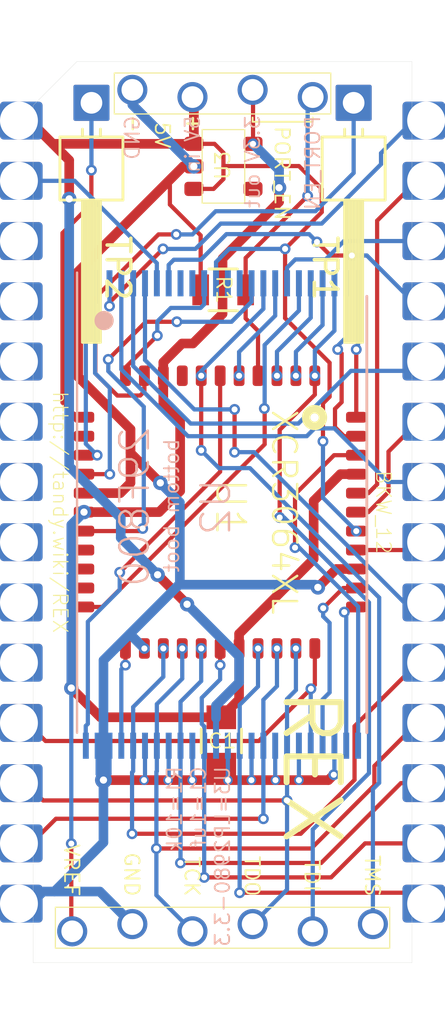
<source format=kicad_pcb>
(kicad_pcb (version 20171130) (host pcbnew 5.1.5-52549c5~84~ubuntu19.04.1)

  (general
    (thickness 1.6)
    (drawings 38)
    (tracks 506)
    (zones 0)
    (modules 10)
    (nets 42)
  )

  (page A4)
  (title_block
    (title REX1_bkw)
    (rev 12)
    (comment 1 "Original: Steve Adolph")
    (comment 2 "Modified: Brian K. White")
  )

  (layers
    (0 Top signal)
    (31 Bottom signal)
    (32 B.Adhes user hide)
    (33 F.Adhes user hide)
    (34 B.Paste user hide)
    (35 F.Paste user hide)
    (36 B.SilkS user)
    (37 F.SilkS user)
    (38 B.Mask user hide)
    (39 F.Mask user)
    (40 Dwgs.User user)
    (41 Cmts.User user)
    (42 Eco1.User user hide)
    (43 Eco2.User user)
    (44 Edge.Cuts user)
    (45 Margin user hide)
    (46 B.CrtYd user hide)
    (47 F.CrtYd user hide)
    (48 B.Fab user hide)
    (49 F.Fab user hide)
  )

  (setup
    (last_trace_width 0.1778)
    (user_trace_width 0.1778)
    (user_trace_width 0.3048)
    (user_trace_width 0.4064)
    (trace_clearance 0.1778)
    (zone_clearance 0.508)
    (zone_45_only no)
    (trace_min 0.1778)
    (via_size 0.4572)
    (via_drill 0.3048)
    (via_min_size 0.381)
    (via_min_drill 0.254)
    (user_via 0.4572 0.254)
    (user_via 0.6096 0.3048)
    (uvia_size 0.3)
    (uvia_drill 0.1)
    (uvias_allowed no)
    (uvia_min_size 0.2)
    (uvia_min_drill 0.1)
    (edge_width 0.01)
    (segment_width 0.2032)
    (pcb_text_width 0.254)
    (pcb_text_size 1.2192 1.2192)
    (mod_edge_width 0.0254)
    (mod_text_size 0.4572 0.4572)
    (mod_text_width 0.0254)
    (pad_size 1.905 2.032)
    (pad_drill 1.524)
    (pad_to_mask_clearance 0)
    (aux_axis_origin 0 0)
    (grid_origin 147.2184 99.187)
    (visible_elements FFFFFF7F)
    (pcbplotparams
      (layerselection 0x010fc_ffffffff)
      (usegerberextensions false)
      (usegerberattributes false)
      (usegerberadvancedattributes false)
      (creategerberjobfile false)
      (excludeedgelayer true)
      (linewidth 0.100000)
      (plotframeref false)
      (viasonmask false)
      (mode 1)
      (useauxorigin false)
      (hpglpennumber 1)
      (hpglpenspeed 20)
      (hpglpendiameter 15.000000)
      (psnegative false)
      (psa4output false)
      (plotreference true)
      (plotvalue true)
      (plotinvisibletext false)
      (padsonsilk false)
      (subtractmaskfromsilk false)
      (outputformat 1)
      (mirror false)
      (drillshape 1)
      (scaleselection 1)
      (outputdirectory ""))
  )

  (net 0 "")
  (net 1 GND)
  (net 2 +3V3)
  (net 3 /LVA17)
  (net 4 /LVA0)
  (net 5 /AD7)
  (net 6 /AD6)
  (net 7 /AD5)
  (net 8 /AD4)
  (net 9 /+5)
  (net 10 /AD3)
  (net 11 /AD2)
  (net 12 /AD1)
  (net 13 /AD0)
  (net 14 /LVA1)
  (net 15 /LVA2)
  (net 16 /LVA3)
  (net 17 /LVA4)
  (net 18 /LVA5)
  (net 19 /LVA6)
  (net 20 /LVA7)
  (net 21 /A8)
  (net 22 /LVA18)
  (net 23 /LVA19)
  (net 24 /A9)
  (net 25 /A10)
  (net 26 /A11)
  (net 27 /A12)
  (net 28 /A13)
  (net 29 /A14)
  (net 30 /LVA15)
  (net 31 /LVA16)
  (net 32 /PORT_EN)
  (net 33 /ALE)
  (net 34 /TP2)
  (net 35 /TP1)
  (net 36 /~RD)
  (net 37 /~CS)
  (net 38 /~WE)
  (net 39 /RY_BY)
  (net 40 /~CE)
  (net 41 /~OE)

  (net_class Default "This is the default net class."
    (clearance 0.1778)
    (trace_width 0.1778)
    (via_dia 0.4572)
    (via_drill 0.3048)
    (uvia_dia 0.3)
    (uvia_drill 0.1)
    (add_net +3V3)
    (add_net /+5)
    (add_net /A10)
    (add_net /A11)
    (add_net /A12)
    (add_net /A13)
    (add_net /A14)
    (add_net /A8)
    (add_net /A9)
    (add_net /AD0)
    (add_net /AD1)
    (add_net /AD2)
    (add_net /AD3)
    (add_net /AD4)
    (add_net /AD5)
    (add_net /AD6)
    (add_net /AD7)
    (add_net /ALE)
    (add_net /LVA0)
    (add_net /LVA1)
    (add_net /LVA15)
    (add_net /LVA16)
    (add_net /LVA17)
    (add_net /LVA18)
    (add_net /LVA19)
    (add_net /LVA2)
    (add_net /LVA3)
    (add_net /LVA4)
    (add_net /LVA5)
    (add_net /LVA6)
    (add_net /LVA7)
    (add_net /PORT_EN)
    (add_net /RY_BY)
    (add_net /TP1)
    (add_net /TP2)
    (add_net /~CE)
    (add_net /~CS)
    (add_net /~OE)
    (add_net /~RD)
    (add_net /~WE)
    (add_net GND)
  )

  (module 000_LOCAL:pcb2molex8878_chamfer locked (layer Top) (tedit 5E3B347E) (tstamp 5D59F431)
    (at 147.2184 99.187)
    (descr "Castellated edge contacts to fit Molex 8878 Socket")
    (path /5D27638E)
    (solder_mask_margin -0.28)
    (fp_text reference J1 (at -0.9906 -0.9906 -90) (layer Dwgs.User) hide
      (effects (font (size 1.2065 1.2065) (thickness 0.127)) (justify left bottom))
    )
    (fp_text value Molex_DIP28_edge_contacts (at 2.0701 -8.8773 -90) (layer F.Fab) hide
      (effects (font (size 1.2065 1.2065) (thickness 0.1016)) (justify left bottom))
    )
    (fp_line (start -8 -19) (end -6.15 -19) (layer Dwgs.User) (width 0.01))
    (fp_line (start -8 -17.15) (end -8 -19) (layer Dwgs.User) (width 0.01))
    (fp_line (start -6.15 -19) (end -8 -17.15) (layer Eco2.User) (width 0.01))
    (fp_line (start -8 19) (end -8 -17.15) (layer Eco2.User) (width 0.01))
    (fp_line (start 8 -19) (end -6.15 -19) (layer Eco2.User) (width 0.01))
    (fp_line (start 8 -19) (end 8 19) (layer Eco2.User) (width 0.01))
    (fp_line (start -8 19) (end 8 19) (layer Eco2.User) (width 0.01))
    (fp_line (start 4.5593 19.05) (end 8.1 19.05) (layer Eco1.User) (width 0.01))
    (fp_line (start -8.1 19.05) (end -4.5593 19.05) (layer Eco1.User) (width 0.01))
    (fp_line (start 0.762 -19.05) (end 8.1 -19.05) (layer Eco1.User) (width 0.01))
    (fp_line (start -8.1 -19.05) (end -0.762 -19.05) (layer Eco1.User) (width 0.01))
    (fp_text user "back components & legs" (at -2.2 10.25) (layer Dwgs.User)
      (effects (font (size 0.2 0.2) (thickness 0.01)))
    )
    (fp_line (start -7.2 10) (end -4.2 10) (layer Dwgs.User) (width 0.01))
    (fp_line (start -7.2 10) (end -6.95 10.25) (layer Dwgs.User) (width 0.01))
    (fp_line (start -6.95 9.75) (end -7.2 10) (layer Dwgs.User) (width 0.01))
    (fp_text user "14.4x36.4x1.6mm pocket" (at -2.2 10) (layer Dwgs.User)
      (effects (font (size 0.2 0.2) (thickness 0.01)))
    )
    (fp_line (start -7.2 -18.2) (end -7.2 18.2) (layer Dwgs.User) (width 0.01))
    (fp_line (start 7.2 -18.2) (end -7.2 -18.2) (layer Dwgs.User) (width 0.01))
    (fp_line (start 7.2 18.2) (end 7.2 -18.2) (layer Dwgs.User) (width 0.01))
    (fp_line (start -7.2 18.2) (end 7.2 18.2) (layer Dwgs.User) (width 0.01))
    (fp_text user "Eco1.User is Edge.Cuts for use without carrier." (at -0.0298 12.25) (layer Eco1.User)
      (effects (font (size 0.2 0.2) (thickness 0.01)))
    )
    (fp_text user "Eco2.User is Edge.Cuts for use with carrier" (at 0.125 14.025 unlocked) (layer Eco2.User)
      (effects (font (size 0.2 0.2) (thickness 0.01)))
    )
    (fp_line (start 8.1 19.05) (end 8.1 -19.05) (layer Eco1.User) (width 0.01))
    (fp_line (start -8.1 19.05) (end -8.1 -19.05) (layer Eco1.User) (width 0.01))
    (fp_arc (start 1.6256 -19.9136) (end 0.762 -19.9136) (angle -90) (layer Eco1.User) (width 0.00508))
    (fp_arc (start -1.6256 -19.9136) (end -1.6256 -19.05) (angle -90) (layer Eco1.User) (width 0.00508))
    (fp_arc (start 2.1717 19.9136) (end 3.0353 19.9136) (angle -90) (layer Eco1.User) (width 0.00508))
    (fp_arc (start 5.4229 19.9136) (end 5.4229 19.05) (angle -90) (layer Eco1.User) (width 0.00508))
    (fp_arc (start -2.1717 19.9136) (end -2.1717 19.05) (angle -90) (layer Eco1.User) (width 0.00508))
    (fp_arc (start -5.4229 19.9136) (end -4.5593 19.9136) (angle -90) (layer Eco1.User) (width 0.00508))
    (fp_line (start 3.0353 19.05) (end -3.0353 19.05) (layer Eco1.User) (width 0.01))
    (fp_line (start 3.0353 21.59) (end 3.0353 19.05) (layer Eco1.User) (width 0.01))
    (fp_line (start 4.5593 21.59) (end 3.0353 21.59) (layer Eco1.User) (width 0.01))
    (fp_line (start 4.5593 19.05) (end 4.5593 21.59) (layer Eco1.User) (width 0.01))
    (fp_line (start -3.0353 21.59) (end -3.0353 19.05) (layer Eco1.User) (width 0.01))
    (fp_line (start -4.5593 21.59) (end -3.0353 21.59) (layer Eco1.User) (width 0.01))
    (fp_line (start -4.5593 19.05) (end -4.5593 21.59) (layer Eco1.User) (width 0.01))
    (fp_line (start 0.762 -21.59) (end 0.762 -19.05) (layer Eco1.User) (width 0.01))
    (fp_line (start -0.762 -21.59) (end 0.762 -21.59) (layer Eco1.User) (width 0.01))
    (fp_line (start -0.762 -19.05) (end -0.762 -21.59) (layer Eco1.User) (width 0.01))
    (pad 1 thru_hole roundrect (at -8.6 -16.51) (size 1.8 1.6) (drill 1.6 (offset 0.1 0)) (layers *.Cu *.Mask) (roundrect_rratio 0.1)
      (net 9 /+5) (solder_mask_margin -0.19))
    (pad 15 thru_hole roundrect (at 8.6 16.51 180) (size 1.8 1.6) (drill 1.6 (offset 0.1 0)) (layers *.Cu *.Mask) (roundrect_rratio 0.1)
      (net 10 /AD3) (solder_mask_margin -0.19))
    (pad 2 thru_hole roundrect (at -8.6 -13.97) (size 1.8 1.6) (drill 1.6 (offset 0.1 0)) (layers *.Cu *.Mask) (roundrect_rratio 0.1)
      (net 25 /A10) (solder_mask_margin -0.19))
    (pad 16 thru_hole roundrect (at 8.6 13.97 180) (size 1.8 1.6) (drill 1.6 (offset 0.1 0)) (layers *.Cu *.Mask) (roundrect_rratio 0.1)
      (net 8 /AD4) (solder_mask_margin -0.19))
    (pad 3 thru_hole roundrect (at -8.6 -11.43) (size 1.8 1.6) (drill 1.6 (offset 0.1 0)) (layers *.Cu *.Mask) (roundrect_rratio 0.1)
      (solder_mask_margin -0.19))
    (pad 17 thru_hole roundrect (at 8.6 11.43 180) (size 1.8 1.6) (drill 1.6 (offset 0.1 0)) (layers *.Cu *.Mask) (roundrect_rratio 0.1)
      (net 7 /AD5) (solder_mask_margin -0.19))
    (pad 4 thru_hole roundrect (at -8.6 -8.89) (size 1.8 1.6) (drill 1.6 (offset 0.1 0)) (layers *.Cu *.Mask) (roundrect_rratio 0.1)
      (solder_mask_margin -0.19))
    (pad 18 thru_hole roundrect (at 8.6 8.89 180) (size 1.8 1.6) (drill 1.6 (offset 0.1 0)) (layers *.Cu *.Mask) (roundrect_rratio 0.1)
      (net 6 /AD6) (solder_mask_margin -0.19))
    (pad 5 thru_hole roundrect (at -8.6 -6.35) (size 1.8 1.6) (drill 1.6 (offset 0.1 0)) (layers *.Cu *.Mask) (roundrect_rratio 0.1)
      (solder_mask_margin -0.19))
    (pad 19 thru_hole roundrect (at 8.6 6.35 180) (size 1.8 1.6) (drill 1.6 (offset 0.1 0)) (layers *.Cu *.Mask) (roundrect_rratio 0.1)
      (net 5 /AD7) (solder_mask_margin -0.19))
    (pad 6 thru_hole roundrect (at -8.6 -3.81) (size 1.8 1.6) (drill 1.6 (offset 0.1 0)) (layers *.Cu *.Mask) (roundrect_rratio 0.1)
      (solder_mask_margin -0.19))
    (pad 20 thru_hole roundrect (at 8.6 3.81 180) (size 1.8 1.6) (drill 1.6 (offset 0.1 0)) (layers *.Cu *.Mask) (roundrect_rratio 0.1)
      (net 26 /A11) (solder_mask_margin -0.19))
    (pad 7 thru_hole roundrect (at -8.6 -1.27) (size 1.8 1.6) (drill 1.6 (offset 0.1 0)) (layers *.Cu *.Mask) (roundrect_rratio 0.1)
      (solder_mask_margin -0.19))
    (pad 21 thru_hole roundrect (at 8.6 1.27 180) (size 1.8 1.6) (drill 1.6 (offset 0.1 0)) (layers *.Cu *.Mask) (roundrect_rratio 0.1)
      (net 36 /~RD) (solder_mask_margin -0.19))
    (pad 8 thru_hole roundrect (at -8.6 1.27) (size 1.8 1.6) (drill 1.6 (offset 0.1 0)) (layers *.Cu *.Mask) (roundrect_rratio 0.1)
      (solder_mask_margin -0.19))
    (pad 22 thru_hole roundrect (at 8.6 -1.27 180) (size 1.8 1.6) (drill 1.6 (offset 0.1 0)) (layers *.Cu *.Mask) (roundrect_rratio 0.1)
      (net 28 /A13) (solder_mask_margin -0.19))
    (pad 9 thru_hole roundrect (at -8.6 3.81) (size 1.8 1.6) (drill 1.6 (offset 0.1 0)) (layers *.Cu *.Mask) (roundrect_rratio 0.1)
      (solder_mask_margin -0.19))
    (pad 23 thru_hole roundrect (at 8.6 -3.81 180) (size 1.8 1.6) (drill 1.6 (offset 0.1 0)) (layers *.Cu *.Mask) (roundrect_rratio 0.1)
      (net 33 /ALE) (solder_mask_margin -0.19))
    (pad 10 thru_hole roundrect (at -8.6 6.35) (size 1.8 1.6) (drill 1.6 (offset 0.1 0)) (layers *.Cu *.Mask) (roundrect_rratio 0.1)
      (solder_mask_margin -0.19))
    (pad 24 thru_hole roundrect (at 8.6 -6.35 180) (size 1.8 1.6) (drill 1.6 (offset 0.1 0)) (layers *.Cu *.Mask) (roundrect_rratio 0.1)
      (net 27 /A12) (solder_mask_margin -0.19))
    (pad 11 thru_hole roundrect (at -8.6 8.89) (size 1.8 1.6) (drill 1.6 (offset 0.1 0)) (layers *.Cu *.Mask) (roundrect_rratio 0.1)
      (net 13 /AD0) (solder_mask_margin -0.19))
    (pad 25 thru_hole roundrect (at 8.6 -8.89 180) (size 1.8 1.6) (drill 1.6 (offset 0.1 0)) (layers *.Cu *.Mask) (roundrect_rratio 0.1)
      (net 24 /A9) (solder_mask_margin -0.19))
    (pad 12 thru_hole roundrect (at -8.6 11.43) (size 1.8 1.6) (drill 1.6 (offset 0.1 0)) (layers *.Cu *.Mask) (roundrect_rratio 0.1)
      (net 12 /AD1) (solder_mask_margin -0.19))
    (pad 26 thru_hole roundrect (at 8.6 -11.43 180) (size 1.8 1.6) (drill 1.6 (offset 0.1 0)) (layers *.Cu *.Mask) (roundrect_rratio 0.1)
      (net 21 /A8) (solder_mask_margin -0.19))
    (pad 13 thru_hole roundrect (at -8.6 13.97) (size 1.8 1.6) (drill 1.6 (offset 0.1 0)) (layers *.Cu *.Mask) (roundrect_rratio 0.1)
      (net 11 /AD2) (solder_mask_margin -0.19))
    (pad 27 thru_hole roundrect (at 8.6 -13.97 180) (size 1.8 1.6) (drill 1.6 (offset 0.1 0)) (layers *.Cu *.Mask) (roundrect_rratio 0.1)
      (net 37 /~CS) (solder_mask_margin -0.19))
    (pad 14 thru_hole roundrect (at -8.6 16.51) (size 1.8 1.6) (drill 1.6 (offset 0.1 0)) (layers *.Cu *.Mask) (roundrect_rratio 0.1)
      (net 1 GND) (solder_mask_margin -0.19))
    (pad 28 thru_hole roundrect (at 8.6 -16.51 180) (size 1.8 1.6) (drill 1.6 (offset 0.1 0)) (layers *.Cu *.Mask) (roundrect_rratio 0.1)
      (net 29 /A14) (solder_mask_margin -0.19))
    (model ${KIPRJMOD}/000_LOCAL.pretty/3d/pcb2molex8878_chamfer.step
      (offset (xyz 0 0 -0.43))
      (scale (xyz 1 1 1))
      (rotate (xyz 0 0 90))
    )
  )

  (module 000_LOCAL:1x4_jamb_stagger (layer Top) (tedit 5D492BC0) (tstamp 5D2E7721)
    (at 147.2184 81.534)
    (descr "jamb connector, 4 pin, staggered")
    (path /5D265CE5)
    (solder_mask_margin -0.17272)
    (fp_text reference J3 (at -1.332036 -1.850661 -180) (layer Dwgs.User)
      (effects (font (size 1.2065 1.2065) (thickness 0.127)) (justify right bottom))
    )
    (fp_text value PRG (at 0.039564 2.518139 unlocked) (layer F.Fab)
      (effects (font (size 1.2065 1.2065) (thickness 0.1016)) (justify bottom))
    )
    (fp_poly (pts (xy 0.9525 -0.3175) (xy 0.9525 0.3175) (xy 1.5875 0.3175) (xy 1.5875 -0.3175)) (layer Dwgs.User) (width 0.000254))
    (fp_poly (pts (xy -1.5875 -0.3175) (xy -1.5875 0.3175) (xy -0.9525 0.3175) (xy -0.9525 -0.3175)) (layer Dwgs.User) (width 0.000254))
    (fp_poly (pts (xy 3.4925 -0.3175) (xy 3.4925 0.3175) (xy 4.1275 0.3175) (xy 4.1275 -0.3175)) (layer Dwgs.User) (width 0.000254))
    (fp_poly (pts (xy -4.1275 -0.3175) (xy -4.1275 0.3175) (xy -3.4925 0.3175) (xy -3.4925 -0.3175)) (layer Dwgs.User) (width 0.000254))
    (pad 4 thru_hole circle (at 3.81 0.1524) (size 1.27 1.27) (drill 0.9144) (layers *.Cu *.Mask)
      (net 32 /PORT_EN))
    (pad 3 thru_hole circle (at 1.27 -0.1524) (size 1.27 1.27) (drill 0.9144) (layers *.Cu *.Mask)
      (net 2 +3V3))
    (pad 2 thru_hole circle (at -1.27 0.1524) (size 1.27 1.27) (drill 0.9144) (layers *.Cu *.Mask)
      (net 9 /+5))
    (pad 1 thru_hole circle (at -3.81 -0.1524) (size 1.27 1.27) (drill 0.9144) (layers *.Cu *.Mask)
      (net 1 GND))
  )

  (module 000_LOCAL:1x6_jamb_stagger (layer Top) (tedit 5D492B89) (tstamp 5D255940)
    (at 147.2184 116.713)
    (descr "6 pin jamb connector, perpendicular offsets")
    (path /5D38CEC5)
    (solder_mask_margin -0.17272)
    (fp_text reference J2 (at -1.288539 -1.699304 -180) (layer Dwgs.User)
      (effects (font (size 1.2065 1.2065) (thickness 0.127)) (justify right bottom))
    )
    (fp_text value JTAG (at 0.057661 2.669496 unlocked) (layer F.Fab)
      (effects (font (size 1.2065 1.2065) (thickness 0.1016)) (justify bottom))
    )
    (fp_poly (pts (xy 6.0325 -0.3175) (xy 6.0325 0.3175) (xy 6.6675 0.3175) (xy 6.6675 -0.3175)) (layer Dwgs.User) (width 0))
    (fp_poly (pts (xy 3.4925 -0.3175) (xy 3.4925 0.3175) (xy 4.1275 0.3175) (xy 4.1275 -0.3175)) (layer Dwgs.User) (width 0))
    (fp_poly (pts (xy 0.9525 -0.3175) (xy 0.9525 0.3175) (xy 1.5875 0.3175) (xy 1.5875 -0.3175)) (layer Dwgs.User) (width 0))
    (fp_poly (pts (xy -1.5875 -0.3175) (xy -1.5875 0.3175) (xy -0.9525 0.3175) (xy -0.9525 -0.3175)) (layer Dwgs.User) (width 0))
    (fp_poly (pts (xy -4.1275 -0.3175) (xy -4.1275 0.3175) (xy -3.4925 0.3175) (xy -3.4925 -0.3175)) (layer Dwgs.User) (width 0))
    (fp_poly (pts (xy -6.6675 -0.3175) (xy -6.6675 0.3175) (xy -6.0325 0.3175) (xy -6.0325 -0.3175)) (layer Dwgs.User) (width 0))
    (pad 6 thru_hole circle (at 6.35 -0.1524) (size 1.27 1.27) (drill 0.9144) (layers *.Cu *.Mask)
      (net 23 /LVA19))
    (pad 5 thru_hole circle (at 3.81 0.1524) (size 1.27 1.27) (drill 0.9144) (layers *.Cu *.Mask)
      (net 17 /LVA4))
    (pad 4 thru_hole circle (at 1.27 -0.1524) (size 1.27 1.27) (drill 0.9144) (layers *.Cu *.Mask)
      (net 12 /AD1))
    (pad 3 thru_hole circle (at -1.27 0.1524) (size 1.27 1.27) (drill 0.9144) (layers *.Cu *.Mask)
      (net 6 /AD6))
    (pad 2 thru_hole circle (at -3.81 -0.1524) (size 1.27 1.27) (drill 0.9144) (layers *.Cu *.Mask)
      (net 1 GND))
    (pad 1 thru_hole circle (at -6.35 0.1524) (size 1.27 1.27) (drill 0.9144) (layers *.Cu *.Mask)
      (net 2 +3V3))
  )

  (module 000_LOCAL:SOT-23-5 (layer Top) (tedit 5D2E7E51) (tstamp 5E3C09DF)
    (at 147.2565 84.6074)
    (descr "5-pin SOT23 package")
    (tags SOT-23-5)
    (path /5D30DD1C)
    (attr smd)
    (fp_text reference U3 (at -0.02794 -0.04064 -90) (layer F.SilkS)
      (effects (font (size 0.6096 0.6096) (thickness 0.0762)))
    )
    (fp_text value LP2980 (at 0 2.9) (layer F.Fab)
      (effects (font (size 1 1) (thickness 0.15)))
    )
    (fp_line (start -0.9 -1.55) (end -0.9 1.55) (layer F.SilkS) (width 0.0508))
    (fp_line (start 0.9 -1.55) (end -0.9 -1.55) (layer F.SilkS) (width 0.0508))
    (fp_line (start 0.9 1.55) (end 0.9 -1.55) (layer F.SilkS) (width 0.0508))
    (fp_line (start -0.9 1.55) (end 0.9 1.55) (layer F.SilkS) (width 0.0508))
    (fp_text user %R (at 0 0 90) (layer F.Fab)
      (effects (font (size 0.5 0.5) (thickness 0.075)))
    )
    (fp_line (start -0.9 -0.9) (end -0.25 -1.55) (layer F.Fab) (width 0.1))
    (fp_line (start 0.9 -1.55) (end -0.25 -1.55) (layer F.Fab) (width 0.1))
    (fp_line (start -0.9 -0.9) (end -0.9 1.55) (layer F.Fab) (width 0.1))
    (fp_line (start 0.9 1.55) (end -0.9 1.55) (layer F.Fab) (width 0.1))
    (fp_line (start 0.9 -1.55) (end 0.9 1.55) (layer F.Fab) (width 0.1))
    (pad 1 smd roundrect (at -1.25 -0.95) (size 0.8 0.6) (layers Top F.Paste F.Mask) (roundrect_rratio 0.25)
      (net 9 /+5))
    (pad 2 smd roundrect (at -1.25 0) (size 0.8 0.6) (layers Top F.Paste F.Mask) (roundrect_rratio 0.25)
      (net 1 GND))
    (pad 3 smd roundrect (at -1.25 0.95) (size 0.8 0.6) (layers Top F.Paste F.Mask) (roundrect_rratio 0.25)
      (net 9 /+5))
    (pad 4 smd roundrect (at 1.25 0.95) (size 0.8 0.6) (layers Top F.Paste F.Mask) (roundrect_rratio 0.25))
    (pad 5 smd roundrect (at 1.25 -0.95) (size 0.8 0.6) (layers Top F.Paste F.Mask) (roundrect_rratio 0.25)
      (net 2 +3V3))
    (model ${KISYS3DMOD}/Package_TO_SOT_SMD.3dshapes/SOT-23-5.step
      (at (xyz 0 0 0))
      (scale (xyz 1 1 1))
      (rotate (xyz 0 0 0))
    )
  )

  (module 000_LOCAL:TSOP-48 locked (layer Bottom) (tedit 5D2DBE0D) (tstamp 5D09E59B)
    (at 147.193 99.2886 270)
    (descr "TSOP I, 32 pins, 18.4x8mm body (https://www.micron.com/~/media/documents/products/technical-note/nor-flash/tn1225_land_pad_design.pdf)")
    (tags "TSOP I 32")
    (path /5D294874)
    (attr smd)
    (fp_text reference U2 (at -1.58496 -0.44958 90) (layer B.SilkS)
      (effects (font (size 1.2065 1.2065) (thickness 0.1016)) (justify left bottom mirror))
    )
    (fp_text value 29F800 (at -3.77698 2.97942 90) (layer B.SilkS)
      (effects (font (size 1.2065 1.2065) (thickness 0.1016)) (justify left bottom mirror))
    )
    (fp_circle (center -8.1788 4.9784) (end -7.9756 4.9784) (layer B.SilkS) (width 0.4064))
    (fp_line (start -8.2 6) (end 9.2 6) (layer B.Fab) (width 0.1))
    (fp_line (start -9.2 -6) (end -9.2 5) (layer B.Fab) (width 0.1))
    (fp_line (start 9.2 -6) (end -9.2 -6) (layer B.Fab) (width 0.1))
    (fp_line (start 9.2 6) (end 9.2 -6) (layer B.Fab) (width 0.1))
    (fp_text user %R (at 0 0 90) (layer B.Fab)
      (effects (font (size 1 1) (thickness 0.15)) (justify mirror))
    )
    (fp_line (start -8.2 6) (end -9.2 5) (layer B.Fab) (width 0.1))
    (fp_line (start 9.2 6.12) (end -10.2 6.12) (layer B.SilkS) (width 0.1))
    (fp_line (start -9.2 -6.12) (end 9.2 -6.12) (layer B.SilkS) (width 0.12))
    (fp_line (start -10.55 6.25) (end 10.55 6.25) (layer B.CrtYd) (width 0.05))
    (fp_line (start 10.55 6.25) (end 10.55 -6.25) (layer B.CrtYd) (width 0.05))
    (fp_line (start 10.55 -6.25) (end -10.55 -6.25) (layer B.CrtYd) (width 0.05))
    (fp_line (start -10.55 -6.25) (end -10.55 6.25) (layer B.CrtYd) (width 0.05))
    (pad 48 smd rect (at 9.75 5.75 270) (size 1.1 0.25) (layers Bottom B.Paste B.Mask)
      (net 3 /LVA17))
    (pad 47 smd rect (at 9.75 5.25 270) (size 1.1 0.25) (layers Bottom B.Paste B.Mask)
      (net 1 GND))
    (pad 46 smd rect (at 9.75 4.75 270) (size 1.1 0.25) (layers Bottom B.Paste B.Mask)
      (net 1 GND))
    (pad 45 smd rect (at 9.75 4.25 270) (size 1.1 0.25) (layers Bottom B.Paste B.Mask)
      (net 4 /LVA0))
    (pad 44 smd rect (at 9.75 3.75 270) (size 1.1 0.25) (layers Bottom B.Paste B.Mask)
      (net 5 /AD7))
    (pad 43 smd rect (at 9.75 3.25 270) (size 1.1 0.25) (layers Bottom B.Paste B.Mask)
      (net 1 GND))
    (pad 42 smd rect (at 9.75 2.75 270) (size 1.1 0.25) (layers Bottom B.Paste B.Mask)
      (net 6 /AD6))
    (pad 41 smd rect (at 9.75 2.25 270) (size 1.1 0.25) (layers Bottom B.Paste B.Mask)
      (net 1 GND))
    (pad 40 smd rect (at 9.75 1.75 270) (size 1.1 0.25) (layers Bottom B.Paste B.Mask)
      (net 7 /AD5))
    (pad 39 smd rect (at 9.75 1.25 270) (size 1.1 0.25) (layers Bottom B.Paste B.Mask)
      (net 1 GND))
    (pad 38 smd rect (at 9.75 0.75 270) (size 1.1 0.25) (layers Bottom B.Paste B.Mask)
      (net 8 /AD4))
    (pad 37 smd rect (at 9.75 0.25 270) (size 1.1 0.25) (layers Bottom B.Paste B.Mask)
      (net 9 /+5))
    (pad 36 smd rect (at 9.75 -0.25 270) (size 1.1 0.25) (layers Bottom B.Paste B.Mask)
      (net 1 GND))
    (pad 35 smd rect (at 9.75 -0.75 270) (size 1.1 0.25) (layers Bottom B.Paste B.Mask)
      (net 10 /AD3))
    (pad 34 smd rect (at 9.75 -1.25 270) (size 1.1 0.25) (layers Bottom B.Paste B.Mask)
      (net 1 GND))
    (pad 33 smd rect (at 9.75 -1.75 270) (size 1.1 0.25) (layers Bottom B.Paste B.Mask)
      (net 11 /AD2))
    (pad 32 smd rect (at 9.75 -2.25 270) (size 1.1 0.25) (layers Bottom B.Paste B.Mask)
      (net 1 GND))
    (pad 31 smd rect (at 9.75 -2.75 270) (size 1.1 0.25) (layers Bottom B.Paste B.Mask)
      (net 12 /AD1))
    (pad 30 smd rect (at 9.75 -3.25 270) (size 1.1 0.25) (layers Bottom B.Paste B.Mask)
      (net 1 GND))
    (pad 29 smd rect (at 9.75 -3.75 270) (size 1.1 0.25) (layers Bottom B.Paste B.Mask)
      (net 13 /AD0))
    (pad 28 smd rect (at 9.75 -4.25 270) (size 1.1 0.25) (layers Bottom B.Paste B.Mask)
      (net 41 /~OE))
    (pad 27 smd rect (at 9.75 -4.75 270) (size 1.1 0.25) (layers Bottom B.Paste B.Mask)
      (net 1 GND))
    (pad 26 smd rect (at 9.75 -5.25 270) (size 1.1 0.25) (layers Bottom B.Paste B.Mask)
      (net 40 /~CE))
    (pad 24 smd rect (at -9.75 -5.75 270) (size 1.1 0.25) (layers Bottom B.Paste B.Mask)
      (net 15 /LVA2))
    (pad 23 smd rect (at -9.75 -5.25 270) (size 1.1 0.25) (layers Bottom B.Paste B.Mask)
      (net 16 /LVA3))
    (pad 22 smd rect (at -9.75 -4.75 270) (size 1.1 0.25) (layers Bottom B.Paste B.Mask)
      (net 17 /LVA4))
    (pad 21 smd rect (at -9.75 -4.25 270) (size 1.1 0.25) (layers Bottom B.Paste B.Mask)
      (net 18 /LVA5))
    (pad 20 smd rect (at -9.75 -3.75 270) (size 1.1 0.25) (layers Bottom B.Paste B.Mask)
      (net 19 /LVA6))
    (pad 19 smd rect (at -9.75 -3.25 270) (size 1.1 0.25) (layers Bottom B.Paste B.Mask)
      (net 20 /LVA7))
    (pad 18 smd rect (at -9.75 -2.75 270) (size 1.1 0.25) (layers Bottom B.Paste B.Mask)
      (net 21 /A8))
    (pad 17 smd rect (at -9.75 -2.25 270) (size 1.1 0.25) (layers Bottom B.Paste B.Mask)
      (net 22 /LVA18))
    (pad 16 smd rect (at -9.75 -1.75 270) (size 1.1 0.25) (layers Bottom B.Paste B.Mask)
      (net 23 /LVA19))
    (pad 15 smd rect (at -9.75 -1.25 270) (size 1.1 0.25) (layers Bottom B.Paste B.Mask)
      (net 39 /RY_BY))
    (pad 14 smd rect (at -9.75 -0.75 270) (size 1.1 0.25) (layers Bottom B.Paste B.Mask))
    (pad 13 smd rect (at -9.75 -0.25 270) (size 1.1 0.25) (layers Bottom B.Paste B.Mask))
    (pad 12 smd rect (at -9.75 0.25 270) (size 1.1 0.25) (layers Bottom B.Paste B.Mask)
      (net 9 /+5))
    (pad 11 smd rect (at -9.75 0.75 270) (size 1.1 0.25) (layers Bottom B.Paste B.Mask)
      (net 38 /~WE))
    (pad 10 smd rect (at -9.75 1.25 270) (size 1.1 0.25) (layers Bottom B.Paste B.Mask))
    (pad 9 smd rect (at -9.75 1.75 270) (size 1.1 0.25) (layers Bottom B.Paste B.Mask))
    (pad 8 smd rect (at -9.75 2.25 270) (size 1.1 0.25) (layers Bottom B.Paste B.Mask)
      (net 24 /A9))
    (pad 7 smd rect (at -9.75 2.75 270) (size 1.1 0.25) (layers Bottom B.Paste B.Mask)
      (net 25 /A10))
    (pad 6 smd rect (at -9.75 3.25 270) (size 1.1 0.25) (layers Bottom B.Paste B.Mask)
      (net 26 /A11))
    (pad 5 smd rect (at -9.75 3.75 270) (size 1.1 0.25) (layers Bottom B.Paste B.Mask)
      (net 27 /A12))
    (pad 4 smd rect (at -9.75 4.25 270) (size 1.1 0.25) (layers Bottom B.Paste B.Mask)
      (net 28 /A13))
    (pad 3 smd rect (at -9.75 4.75 270) (size 1.1 0.25) (layers Bottom B.Paste B.Mask)
      (net 29 /A14))
    (pad 2 smd rect (at -9.75 5.25 270) (size 1.1 0.25) (layers Bottom B.Paste B.Mask)
      (net 30 /LVA15))
    (pad 25 smd rect (at 9.75 -5.75 270) (size 1.1 0.25) (layers Bottom B.Paste B.Mask)
      (net 14 /LVA1))
    (pad 1 smd rect (at -9.75 5.75 270) (size 1.1 0.25) (layers Bottom B.Paste B.Mask)
      (net 31 /LVA16))
    (model ${KISYS3DMOD}/Package_SO.3dshapes/TSOP-I-48_12x18.4mm_P0.5mm.step
      (at (xyz 0 0 0))
      (scale (xyz 1 1 1))
      (rotate (xyz 0 0 0))
    )
  )

  (module 000_LOCAL:1x1_pin_h (layer Top) (tedit 5D2564BC) (tstamp 5D25596D)
    (at 152.7556 81.9277 270)
    (descr "Through hole angled pin header, 1x01, 2.54mm pitch, 6mm pin length, single row")
    (tags "Through hole angled pin header THT 1x01 2.54mm single row")
    (path /E5F42BB8)
    (fp_text reference TP1 (at 6.9723 1.2065 270 unlocked) (layer F.SilkS)
      (effects (font (size 1 1) (thickness 0.15)))
    )
    (fp_text value PINHD-1X1 (at 4.31 3.16 90) (layer F.Fab)
      (effects (font (size 1 1) (thickness 0.15)))
    )
    (fp_line (start 2.135 -1.27) (end 4.04 -1.27) (layer F.Fab) (width 0.1))
    (fp_line (start 4.04 -1.27) (end 4.04 1.27) (layer F.Fab) (width 0.1))
    (fp_line (start 4.04 1.27) (end 1.5 1.27) (layer F.Fab) (width 0.1))
    (fp_line (start 1.5 1.27) (end 1.5 -0.635) (layer F.Fab) (width 0.1))
    (fp_line (start 1.5 -0.635) (end 2.135 -1.27) (layer F.Fab) (width 0.1))
    (fp_line (start -0.32 -0.32) (end 1.5 -0.32) (layer F.Fab) (width 0.1))
    (fp_line (start -0.32 -0.32) (end -0.32 0.32) (layer F.Fab) (width 0.1))
    (fp_line (start -0.32 0.32) (end 1.5 0.32) (layer F.Fab) (width 0.1))
    (fp_line (start 4.04 -0.32) (end 10.04 -0.32) (layer F.Fab) (width 0.1))
    (fp_line (start 10.04 -0.32) (end 10.04 0.32) (layer F.Fab) (width 0.1))
    (fp_line (start 4.04 0.32) (end 10.04 0.32) (layer F.Fab) (width 0.1))
    (fp_line (start 1.44 -1.33) (end 1.44 1.33) (layer F.SilkS) (width 0.12))
    (fp_line (start 1.44 1.33) (end 4.1 1.33) (layer F.SilkS) (width 0.12))
    (fp_line (start 4.1 1.33) (end 4.1 -1.33) (layer F.SilkS) (width 0.12))
    (fp_line (start 4.1 -1.33) (end 1.44 -1.33) (layer F.SilkS) (width 0.12))
    (fp_line (start 4.1 -0.38) (end 10.1 -0.38) (layer F.SilkS) (width 0.12))
    (fp_line (start 10.1 -0.38) (end 10.1 0.38) (layer F.SilkS) (width 0.12))
    (fp_line (start 10.1 0.38) (end 4.1 0.38) (layer F.SilkS) (width 0.12))
    (fp_line (start 4.1 -0.32) (end 10.1 -0.32) (layer F.SilkS) (width 0.12))
    (fp_line (start 4.1 -0.2) (end 10.1 -0.2) (layer F.SilkS) (width 0.12))
    (fp_line (start 4.1 -0.08) (end 10.1 -0.08) (layer F.SilkS) (width 0.12))
    (fp_line (start 4.1 0.04) (end 10.1 0.04) (layer F.SilkS) (width 0.12))
    (fp_line (start 4.1 0.16) (end 10.1 0.16) (layer F.SilkS) (width 0.12))
    (fp_line (start 4.1 0.28) (end 10.1 0.28) (layer F.SilkS) (width 0.12))
    (fp_line (start 1.11 -0.38) (end 1.44 -0.38) (layer F.SilkS) (width 0.12))
    (fp_line (start 1.11 0.38) (end 1.44 0.38) (layer F.SilkS) (width 0.12))
    (fp_line (start -1.8 -1.8) (end -1.8 1.8) (layer F.CrtYd) (width 0.05))
    (fp_line (start -1.8 1.8) (end 10.55 1.8) (layer F.CrtYd) (width 0.05))
    (fp_line (start 10.55 1.8) (end 10.55 -1.8) (layer F.CrtYd) (width 0.05))
    (fp_line (start 10.55 -1.8) (end -1.8 -1.8) (layer F.CrtYd) (width 0.05))
    (fp_text user %R (at 2.77 0) (layer F.Fab)
      (effects (font (size 1 1) (thickness 0.15)))
    )
    (pad 1 thru_hole roundrect (at 0 0 270) (size 1.524 1.524) (drill 0.9144) (layers *.Cu *.Mask) (roundrect_rratio 0.05)
      (net 35 /TP1))
    (model ${KISYS3DMOD}/Connector_PinHeader_2.54mm.3dshapes/PinHeader_1x01_P2.54mm_Horizontal.step
      (at (xyz 0 0 0))
      (scale (xyz 1 1 1))
      (rotate (xyz 0 0 0))
    )
  )

  (module 000_LOCAL:1x1_pin_h (layer Top) (tedit 5D2564BC) (tstamp 5E3B3C3E)
    (at 141.6812 81.9277 270)
    (descr "Through hole angled pin header, 1x01, 2.54mm pitch, 6mm pin length, single row")
    (tags "Through hole angled pin header THT 1x01 2.54mm single row")
    (path /93FB0C53)
    (fp_text reference TP2 (at 6.9723 -1.1176 270 unlocked) (layer F.SilkS)
      (effects (font (size 1 1) (thickness 0.15)))
    )
    (fp_text value PINHD-1X1 (at 4.31 3.16 90) (layer F.Fab)
      (effects (font (size 1 1) (thickness 0.15)))
    )
    (fp_line (start 2.135 -1.27) (end 4.04 -1.27) (layer F.Fab) (width 0.1))
    (fp_line (start 4.04 -1.27) (end 4.04 1.27) (layer F.Fab) (width 0.1))
    (fp_line (start 4.04 1.27) (end 1.5 1.27) (layer F.Fab) (width 0.1))
    (fp_line (start 1.5 1.27) (end 1.5 -0.635) (layer F.Fab) (width 0.1))
    (fp_line (start 1.5 -0.635) (end 2.135 -1.27) (layer F.Fab) (width 0.1))
    (fp_line (start -0.32 -0.32) (end 1.5 -0.32) (layer F.Fab) (width 0.1))
    (fp_line (start -0.32 -0.32) (end -0.32 0.32) (layer F.Fab) (width 0.1))
    (fp_line (start -0.32 0.32) (end 1.5 0.32) (layer F.Fab) (width 0.1))
    (fp_line (start 4.04 -0.32) (end 10.04 -0.32) (layer F.Fab) (width 0.1))
    (fp_line (start 10.04 -0.32) (end 10.04 0.32) (layer F.Fab) (width 0.1))
    (fp_line (start 4.04 0.32) (end 10.04 0.32) (layer F.Fab) (width 0.1))
    (fp_line (start 1.44 -1.33) (end 1.44 1.33) (layer F.SilkS) (width 0.12))
    (fp_line (start 1.44 1.33) (end 4.1 1.33) (layer F.SilkS) (width 0.12))
    (fp_line (start 4.1 1.33) (end 4.1 -1.33) (layer F.SilkS) (width 0.12))
    (fp_line (start 4.1 -1.33) (end 1.44 -1.33) (layer F.SilkS) (width 0.12))
    (fp_line (start 4.1 -0.38) (end 10.1 -0.38) (layer F.SilkS) (width 0.12))
    (fp_line (start 10.1 -0.38) (end 10.1 0.38) (layer F.SilkS) (width 0.12))
    (fp_line (start 10.1 0.38) (end 4.1 0.38) (layer F.SilkS) (width 0.12))
    (fp_line (start 4.1 -0.32) (end 10.1 -0.32) (layer F.SilkS) (width 0.12))
    (fp_line (start 4.1 -0.2) (end 10.1 -0.2) (layer F.SilkS) (width 0.12))
    (fp_line (start 4.1 -0.08) (end 10.1 -0.08) (layer F.SilkS) (width 0.12))
    (fp_line (start 4.1 0.04) (end 10.1 0.04) (layer F.SilkS) (width 0.12))
    (fp_line (start 4.1 0.16) (end 10.1 0.16) (layer F.SilkS) (width 0.12))
    (fp_line (start 4.1 0.28) (end 10.1 0.28) (layer F.SilkS) (width 0.12))
    (fp_line (start 1.11 -0.38) (end 1.44 -0.38) (layer F.SilkS) (width 0.12))
    (fp_line (start 1.11 0.38) (end 1.44 0.38) (layer F.SilkS) (width 0.12))
    (fp_line (start -1.8 -1.8) (end -1.8 1.8) (layer F.CrtYd) (width 0.05))
    (fp_line (start -1.8 1.8) (end 10.55 1.8) (layer F.CrtYd) (width 0.05))
    (fp_line (start 10.55 1.8) (end 10.55 -1.8) (layer F.CrtYd) (width 0.05))
    (fp_line (start 10.55 -1.8) (end -1.8 -1.8) (layer F.CrtYd) (width 0.05))
    (fp_text user %R (at 2.77 0) (layer F.Fab)
      (effects (font (size 1 1) (thickness 0.15)))
    )
    (pad 1 thru_hole roundrect (at 0 0 270) (size 1.524 1.524) (drill 0.9144) (layers *.Cu *.Mask) (roundrect_rratio 0.05)
      (net 34 /TP2))
    (model ${KISYS3DMOD}/Connector_PinHeader_2.54mm.3dshapes/PinHeader_1x01_P2.54mm_Horizontal.step
      (at (xyz 0 0 0))
      (scale (xyz 1 1 1))
      (rotate (xyz 0 0 0))
    )
  )

  (module 000_LOCAL:QFP44 locked (layer Top) (tedit 5D20F7C0) (tstamp 5D07EEA8)
    (at 147.1168 99.187 270)
    (path /5D2858A9)
    (attr smd)
    (fp_text reference U1 (at -1.4859 0.2667 270 unlocked) (layer F.SilkS)
      (effects (font (size 1.2065 1.2065) (thickness 0.1016)) (justify left bottom))
    )
    (fp_text value XCR3064XL-10VQ44 (at -8.1534 -8.9662 180) (layer Dwgs.User) hide
      (effects (font (size 1.2065 1.2065) (thickness 0.1016)) (justify left bottom))
    )
    (fp_text user %R (at 0 0 270) (layer F.Fab)
      (effects (font (size 1 1) (thickness 0.15)))
    )
    (fp_line (start 6 6) (end 6 -6) (layer F.Fab) (width 0.1))
    (fp_line (start -6 6) (end 6 6) (layer F.Fab) (width 0.1))
    (fp_line (start -6 -6) (end -6 6) (layer F.Fab) (width 0.1))
    (fp_line (start 6 -6) (end -6 -6) (layer F.Fab) (width 0.1))
    (fp_circle (center -3.9878 -3.9878) (end -3.8116 -3.9878) (layer F.SilkS) (width 0.3556))
    (fp_circle (center -5.715 -5.715) (end -5.715 -5.815) (layer F.Fab) (width 0.2))
    (fp_line (start -6.7 -6.7) (end 6.7 -6.7) (layer F.CrtYd) (width 0.1))
    (fp_line (start 6.7 -6.7) (end 6.7 6.7) (layer F.CrtYd) (width 0.1))
    (fp_line (start 6.7 6.7) (end -6.7 6.7) (layer F.CrtYd) (width 0.1))
    (fp_line (start -6.7 6.7) (end -6.7 -6.7) (layer F.CrtYd) (width 0.1))
    (pad 1 smd roundrect (at -5.75 -4) (size 0.4572 0.8636) (layers Top F.Paste F.Mask) (roundrect_rratio 0.25)
      (net 17 /LVA4))
    (pad 2 smd roundrect (at -5.75 -3.2) (size 0.4572 0.8636) (layers Top F.Paste F.Mask) (roundrect_rratio 0.25)
      (net 18 /LVA5))
    (pad 3 smd roundrect (at -5.75 -2.4) (size 0.4572 0.8636) (layers Top F.Paste F.Mask) (roundrect_rratio 0.25)
      (net 19 /LVA6))
    (pad 4 smd roundrect (at -5.75 -1.6) (size 0.4572 0.8636) (layers Top F.Paste F.Mask) (roundrect_rratio 0.25)
      (net 32 /PORT_EN))
    (pad 5 smd roundrect (at -5.75 -0.8) (size 0.4572 0.8636) (layers Top F.Paste F.Mask) (roundrect_rratio 0.25)
      (net 22 /LVA18))
    (pad 6 smd roundrect (at -5.75 0) (size 0.4572 0.8636) (layers Top F.Paste F.Mask) (roundrect_rratio 0.25)
      (net 3 /LVA17))
    (pad 7 smd roundrect (at -5.75 0.8) (size 0.4572 0.8636) (layers Top F.Paste F.Mask) (roundrect_rratio 0.25)
      (net 23 /LVA19))
    (pad 8 smd roundrect (at -5.75 1.6) (size 0.4572 0.8636) (layers Top F.Paste F.Mask) (roundrect_rratio 0.25))
    (pad 9 smd roundrect (at -5.75 2.4) (size 0.4572 0.8636) (layers Top F.Paste F.Mask) (roundrect_rratio 0.25)
      (net 2 +3V3))
    (pad 10 smd roundrect (at -5.75 3.2) (size 0.4572 0.8636) (layers Top F.Paste F.Mask) (roundrect_rratio 0.25)
      (net 35 /TP1))
    (pad 11 smd roundrect (at -5.75 4) (size 0.4572 0.8636) (layers Top F.Paste F.Mask) (roundrect_rratio 0.25)
      (net 38 /~WE))
    (pad 12 smd roundrect (at -4 5.75 270) (size 0.4572 0.8636) (layers Top F.Paste F.Mask) (roundrect_rratio 0.25)
      (net 34 /TP2))
    (pad 13 smd roundrect (at -3.2 5.75 270) (size 0.4572 0.8636) (layers Top F.Paste F.Mask) (roundrect_rratio 0.25))
    (pad 14 smd roundrect (at -2.4 5.75 270) (size 0.4572 0.8636) (layers Top F.Paste F.Mask) (roundrect_rratio 0.25)
      (net 31 /LVA16))
    (pad 15 smd roundrect (at -1.6 5.75 270) (size 0.4572 0.8636) (layers Top F.Paste F.Mask) (roundrect_rratio 0.25)
      (net 30 /LVA15))
    (pad 16 smd roundrect (at -0.8 5.75 270) (size 0.4572 0.8636) (layers Top F.Paste F.Mask) (roundrect_rratio 0.25)
      (net 1 GND))
    (pad 17 smd roundrect (at 0 5.75 270) (size 0.4572 0.8636) (layers Top F.Paste F.Mask) (roundrect_rratio 0.25)
      (net 2 +3V3))
    (pad 18 smd roundrect (at 0.8 5.75 270) (size 0.4572 0.8636) (layers Top F.Paste F.Mask) (roundrect_rratio 0.25)
      (net 39 /RY_BY))
    (pad 19 smd roundrect (at 1.6 5.75 270) (size 0.4572 0.8636) (layers Top F.Paste F.Mask) (roundrect_rratio 0.25))
    (pad 20 smd roundrect (at 2.4 5.75 270) (size 0.4572 0.8636) (layers Top F.Paste F.Mask) (roundrect_rratio 0.25))
    (pad 21 smd roundrect (at 3.2 5.75 270) (size 0.4572 0.8636) (layers Top F.Paste F.Mask) (roundrect_rratio 0.25))
    (pad 22 smd roundrect (at 4 5.75 270) (size 0.4572 0.8636) (layers Top F.Paste F.Mask) (roundrect_rratio 0.25)
      (net 20 /LVA7))
    (pad 23 smd roundrect (at 5.75 4) (size 0.4572 0.8636) (layers Top F.Paste F.Mask) (roundrect_rratio 0.25)
      (net 4 /LVA0))
    (pad 24 smd roundrect (at 5.75 3.2) (size 0.4572 0.8636) (layers Top F.Paste F.Mask) (roundrect_rratio 0.25)
      (net 1 GND))
    (pad 25 smd roundrect (at 5.75 2.4) (size 0.4572 0.8636) (layers Top F.Paste F.Mask) (roundrect_rratio 0.25)
      (net 5 /AD7))
    (pad 26 smd roundrect (at 5.75 1.6) (size 0.4572 0.8636) (layers Top F.Paste F.Mask) (roundrect_rratio 0.25)
      (net 6 /AD6))
    (pad 27 smd roundrect (at 5.75 0.8) (size 0.4572 0.8636) (layers Top F.Paste F.Mask) (roundrect_rratio 0.25)
      (net 7 /AD5))
    (pad 28 smd roundrect (at 5.75 0) (size 0.4572 0.8636) (layers Top F.Paste F.Mask) (roundrect_rratio 0.25)
      (net 8 /AD4))
    (pad 29 smd roundrect (at 5.75 -0.8) (size 0.4572 0.8636) (layers Top F.Paste F.Mask) (roundrect_rratio 0.25)
      (net 2 +3V3))
    (pad 30 smd roundrect (at 5.75 -1.6) (size 0.4572 0.8636) (layers Top F.Paste F.Mask) (roundrect_rratio 0.25)
      (net 10 /AD3))
    (pad 31 smd roundrect (at 5.75 -2.4) (size 0.4572 0.8636) (layers Top F.Paste F.Mask) (roundrect_rratio 0.25)
      (net 11 /AD2))
    (pad 32 smd roundrect (at 5.75 -3.2) (size 0.4572 0.8636) (layers Top F.Paste F.Mask) (roundrect_rratio 0.25)
      (net 12 /AD1))
    (pad 33 smd roundrect (at 5.75 -4) (size 0.4572 0.8636) (layers Top F.Paste F.Mask) (roundrect_rratio 0.25)
      (net 13 /AD0))
    (pad 34 smd roundrect (at 4 -5.75 270) (size 0.4572 0.8636) (layers Top F.Paste F.Mask) (roundrect_rratio 0.25)
      (net 40 /~CE))
    (pad 35 smd roundrect (at 3.2 -5.75 270) (size 0.4572 0.8636) (layers Top F.Paste F.Mask) (roundrect_rratio 0.25)
      (net 41 /~OE))
    (pad 36 smd roundrect (at 2.4 -5.75 270) (size 0.4572 0.8636) (layers Top F.Paste F.Mask) (roundrect_rratio 0.25)
      (net 1 GND))
    (pad 37 smd roundrect (at 1.6 -5.75 270) (size 0.4572 0.8636) (layers Top F.Paste F.Mask) (roundrect_rratio 0.25)
      (net 36 /~RD))
    (pad 38 smd roundrect (at 0.8 -5.75 270) (size 0.4572 0.8636) (layers Top F.Paste F.Mask) (roundrect_rratio 0.25)
      (net 9 /+5))
    (pad 39 smd roundrect (at 0 -5.75 270) (size 0.4572 0.8636) (layers Top F.Paste F.Mask) (roundrect_rratio 0.25)
      (net 33 /ALE))
    (pad 40 smd roundrect (at -0.8 -5.75 270) (size 0.4572 0.8636) (layers Top F.Paste F.Mask) (roundrect_rratio 0.25)
      (net 37 /~CS))
    (pad 41 smd roundrect (at -1.6 -5.75 270) (size 0.4572 0.8636) (layers Top F.Paste F.Mask) (roundrect_rratio 0.25)
      (net 2 +3V3))
    (pad 42 smd roundrect (at -2.4 -5.75 270) (size 0.4572 0.8636) (layers Top F.Paste F.Mask) (roundrect_rratio 0.25)
      (net 14 /LVA1))
    (pad 43 smd roundrect (at -3.2 -5.75 270) (size 0.4572 0.8636) (layers Top F.Paste F.Mask) (roundrect_rratio 0.25)
      (net 16 /LVA3))
    (pad 44 smd roundrect (at -4 -5.75 270) (size 0.4572 0.8636) (layers Top F.Paste F.Mask) (roundrect_rratio 0.25)
      (net 15 /LVA2))
    (model ${KISYS3DMOD}/Package_QFP.3dshapes/TQFP-44_10x10mm_P0.8mm.wrl
      (at (xyz 0 0 0))
      (scale (xyz 1 1 1))
      (rotate (xyz 0 0 0))
    )
  )

  (module Resistors_SMD:R_0805 (layer Top) (tedit 5D09996B) (tstamp 5D099A58)
    (at 147.2438 89.8144 180)
    (descr "Resistor SMD 0805, reflow soldering, Vishay (see dcrcw.pdf)")
    (tags "resistor 0805")
    (path /2604F989)
    (attr smd)
    (fp_text reference R1 (at -0.0254 0.00508 270 unlocked) (layer F.SilkS)
      (effects (font (size 0.6096 0.6096) (thickness 0.0762)))
    )
    (fp_text value 10k (at 0 1.75) (layer F.Fab)
      (effects (font (size 1 1) (thickness 0.15)))
    )
    (fp_text user %R (at 0 0) (layer F.Fab)
      (effects (font (size 0.5 0.5) (thickness 0.075)))
    )
    (fp_line (start -1 0.62) (end -1 -0.62) (layer F.Fab) (width 0.1))
    (fp_line (start 1 0.62) (end -1 0.62) (layer F.Fab) (width 0.1))
    (fp_line (start 1 -0.62) (end 1 0.62) (layer F.Fab) (width 0.1))
    (fp_line (start -1 -0.62) (end 1 -0.62) (layer F.Fab) (width 0.1))
    (fp_line (start 0.6 0.88) (end -0.6 0.88) (layer F.SilkS) (width 0.12))
    (fp_line (start -0.6 -0.88) (end 0.6 -0.88) (layer F.SilkS) (width 0.12))
    (fp_line (start -1.55 -0.9) (end 1.55 -0.9) (layer F.CrtYd) (width 0.05))
    (fp_line (start -1.55 -0.9) (end -1.55 0.9) (layer F.CrtYd) (width 0.05))
    (fp_line (start 1.55 0.9) (end 1.55 -0.9) (layer F.CrtYd) (width 0.05))
    (fp_line (start 1.55 0.9) (end -1.55 0.9) (layer F.CrtYd) (width 0.05))
    (pad 1 smd rect (at -0.95 0 180) (size 0.7 1.3) (layers Top F.Paste F.Mask)
      (net 32 /PORT_EN))
    (pad 2 smd rect (at 0.95 0 180) (size 0.7 1.3) (layers Top F.Paste F.Mask)
      (net 1 GND))
    (model ${KISYS3DMOD}/Resistors_SMD.3dshapes/R_0805.wrl
      (at (xyz 0 0 0))
      (scale (xyz 1 1 1))
      (rotate (xyz 0 0 0))
    )
    (model ${KISYS3DMOD}/Resistor_SMD.3dshapes/R_0805_2012Metric.step
      (at (xyz 0 0 0))
      (scale (xyz 1 1 1))
      (rotate (xyz 0 0 0))
    )
  )

  (module Capacitors_SMD:C_0805 (layer Top) (tedit 58AA8463) (tstamp 5D17005C)
    (at 147.1676 108.839 270)
    (descr "Capacitor SMD 0805, reflow soldering, AVX (see smccp.pdf)")
    (tags "capacitor 0805")
    (path /327B8ADF)
    (attr smd)
    (fp_text reference C1 (at 0 -0.0381 unlocked) (layer F.SilkS)
      (effects (font (size 0.6096 0.6096) (thickness 0.0762)))
    )
    (fp_text value C-USC0805 (at 0 1.75 90) (layer F.Fab)
      (effects (font (size 1 1) (thickness 0.15)))
    )
    (fp_line (start 1.75 0.87) (end -1.75 0.87) (layer F.CrtYd) (width 0.05))
    (fp_line (start 1.75 0.87) (end 1.75 -0.88) (layer F.CrtYd) (width 0.05))
    (fp_line (start -1.75 -0.88) (end -1.75 0.87) (layer F.CrtYd) (width 0.05))
    (fp_line (start -1.75 -0.88) (end 1.75 -0.88) (layer F.CrtYd) (width 0.05))
    (fp_line (start -0.5 0.85) (end 0.5 0.85) (layer F.SilkS) (width 0.12))
    (fp_line (start 0.5 -0.85) (end -0.5 -0.85) (layer F.SilkS) (width 0.12))
    (fp_line (start -1 -0.62) (end 1 -0.62) (layer F.Fab) (width 0.1))
    (fp_line (start 1 -0.62) (end 1 0.62) (layer F.Fab) (width 0.1))
    (fp_line (start 1 0.62) (end -1 0.62) (layer F.Fab) (width 0.1))
    (fp_line (start -1 0.62) (end -1 -0.62) (layer F.Fab) (width 0.1))
    (fp_text user %R (at 0 -1.5 90) (layer F.Fab)
      (effects (font (size 1 1) (thickness 0.15)))
    )
    (pad 2 smd rect (at 1 0 270) (size 1 1.25) (layers Top F.Paste F.Mask)
      (net 1 GND))
    (pad 1 smd rect (at -1 0 270) (size 1 1.25) (layers Top F.Paste F.Mask)
      (net 2 +3V3))
    (model Capacitors_SMD.3dshapes/C_0805.wrl
      (at (xyz 0 0 0))
      (scale (xyz 1 1 1))
      (rotate (xyz 0 0 0))
    )
    (model ${KISYS3DMOD}/Capacitor_SMD.3dshapes/C_0805_2012Metric.wrl
      (at (xyz 0 0 0))
      (scale (xyz 1 1 1))
      (rotate (xyz 0 0 0))
    )
  )

  (gr_line (start 155.2184 80.187) (end 155.2184 118.187) (layer Edge.Cuts) (width 0.01) (tstamp 5E3B3E6E))
  (gr_line (start 139.2184 82.037) (end 141.0684 80.187) (layer Edge.Cuts) (width 0.01) (tstamp 5E3B3E6D))
  (gr_line (start 139.2184 82.037) (end 139.2184 118.187) (layer Edge.Cuts) (width 0.01) (tstamp 5E3B3E6C))
  (gr_line (start 141.0684 80.187) (end 155.2184 80.187) (layer Edge.Cuts) (width 0.01))
  (gr_line (start 155.2184 118.187) (end 139.2184 118.187) (layer Edge.Cuts) (width 0.01) (tstamp 5D5E575B))
  (gr_line (start 148.4884 82.7278) (end 151.0284 82.7278) (layer F.SilkS) (width 0.0762) (tstamp 5D2E8320))
  (gr_line (start 142.6464 80.6704) (end 142.6464 82.3976) (layer F.SilkS) (width 0.0508) (tstamp 5D25660C))
  (gr_line (start 151.7904 80.6704) (end 151.7904 82.3976) (layer F.SilkS) (width 0.0508) (tstamp 5D25660B))
  (gr_line (start 154.2796 117.5766) (end 140.1572 117.5766) (layer F.SilkS) (width 0.0508) (tstamp 5D255F67))
  (gr_line (start 154.2796 115.8494) (end 154.2796 117.5766) (layer F.SilkS) (width 0.0508))
  (gr_line (start 140.1572 115.8494) (end 154.2796 115.8494) (layer F.SilkS) (width 0.0508))
  (gr_line (start 140.1572 117.5766) (end 140.1572 115.8494) (layer F.SilkS) (width 0.0508))
  (gr_text GND (at 143.4084 82.423 -270) (layer B.SilkS) (tstamp 5D254ED7)
    (effects (font (size 0.6096 0.6096) (thickness 0.0762)) (justify left mirror))
  )
  (gr_text "5V in" (at 145.9484 82.423 -270) (layer B.SilkS) (tstamp 5D493C36)
    (effects (font (size 0.6096 0.6096) (thickness 0.0762)) (justify left mirror))
  )
  (gr_line (start 151.0284 82.7278) (end 151.0284 82.55) (layer F.SilkS) (width 0.0762))
  (gr_line (start 148.4884 82.7278) (end 148.4884 82.55) (layer F.SilkS) (width 0.0762))
  (gr_line (start 151.7904 80.6704) (end 142.6464 80.6704) (layer F.SilkS) (width 0.0508) (tstamp 5D2535BE))
  (gr_line (start 142.6464 82.3976) (end 151.7904 82.3976) (layer F.SilkS) (width 0.0508))
  (gr_text - (at 143.4719 82.804 -90) (layer F.SilkS) (tstamp 5D25028A)
    (effects (font (size 0.6096 0.6096) (thickness 0.1016)))
  )
  (gr_text + (at 146.0119 82.804 -90) (layer F.SilkS) (tstamp 5D2501E0)
    (effects (font (size 0.6096 0.6096) (thickness 0.1016)))
  )
  (gr_text PORT_EN (at 151.0284 82.423 -270) (layer B.SilkS) (tstamp 5D1B308C)
    (effects (font (size 0.6096 0.6096) (thickness 0.0762)) (justify left mirror))
  )
  (gr_text "3.3V out" (at 148.4884 82.423 -270) (layer B.SilkS)
    (effects (font (size 0.6096 0.6096) (thickness 0.0762)) (justify left mirror))
  )
  (gr_text http://tandy.wiki/REX (at 140.3604 99.187 -90) (layer F.SilkS)
    (effects (font (size 0.6096 0.6096) (thickness 0.0508)))
  )
  (gr_text PORT_EN (at 149.733 84.8995 -90) (layer F.SilkS) (tstamp 5D250528)
    (effects (font (size 0.6096 0.6096) (thickness 0.0762)))
  )
  (gr_text BKW_12 (at 154.0129 99.187 -90) (layer F.SilkS)
    (effects (font (size 0.6096 0.6096) (thickness 0.0508)))
  )
  (gr_text U3=LP2980-3.3 (at 147.2184 109.855 90) (layer B.SilkS) (tstamp 5D15D5FC)
    (effects (font (size 0.6096 0.6096) (thickness 0.0762)) (justify left mirror))
  )
  (gr_text C1=1uf (at 146.2024 109.855 90) (layer B.SilkS)
    (effects (font (size 0.6096 0.6096) (thickness 0.0762)) (justify left mirror))
  )
  (gr_text R1=10k (at 145.1864 109.855 90) (layer B.SilkS)
    (effects (font (size 0.6096 0.6096) (thickness 0.0762)) (justify left mirror))
  )
  (gr_text "bottom boot" (at 145.0721 98.9076 90) (layer B.SilkS)
    (effects (font (size 0.6096 0.6096) (thickness 0.0762)) (justify mirror))
  )
  (gr_text 5V (at 144.3184 82.687 -90) (layer F.SilkS) (tstamp 5D25359A)
    (effects (font (size 0.6096 0.6096) (thickness 0.0762)) (justify left bottom))
  )
  (gr_text REX (at 149.6314 106.4895 -90) (layer F.SilkS) (tstamp B416F390)
    (effects (font (size 2.286 2.286) (thickness 0.254)) (justify left bottom))
  )
  (gr_text TMS (at 153.1874 115.443 -90) (layer F.SilkS) (tstamp B419F2D0)
    (effects (font (size 0.6096 0.6096) (thickness 0.0762)) (justify right bottom))
  )
  (gr_text TDI (at 150.6384 115.247 -90) (layer F.SilkS) (tstamp B419F7A0)
    (effects (font (size 0.6096 0.6096) (thickness 0.0762)) (justify right bottom))
  )
  (gr_text TCK (at 145.5674 115.443 -90) (layer F.SilkS) (tstamp B40E64C0)
    (effects (font (size 0.6096 0.6096) (thickness 0.0762)) (justify right bottom))
  )
  (gr_text TDO (at 148.1084 115.443 -90) (layer F.SilkS) (tstamp B40E6990)
    (effects (font (size 0.6096 0.6096) (thickness 0.0762)) (justify right bottom))
  )
  (gr_text GND (at 143.0274 115.443 -90) (layer F.SilkS) (tstamp B40E6E60)
    (effects (font (size 0.6096 0.6096) (thickness 0.0762)) (justify right bottom))
  )
  (gr_text VREF (at 140.4874 115.443 -90) (layer F.SilkS) (tstamp B4101330)
    (effects (font (size 0.6096 0.6096) (thickness 0.0762)) (justify right bottom))
  )
  (gr_text XCR3064XL (at 149.225 94.7928 -90) (layer F.SilkS) (tstamp B41B93E0)
    (effects (font (size 1.016 1.016) (thickness 0.1016)) (justify left bottom))
  )

  (segment (start 141.9468 108.9798) (end 141.9606 108.966) (width 0.1778) (layer Bottom) (net 1) (tstamp B2A77470))
  (segment (start 141.9468 108.9798) (end 141.9468 108.9951) (width 0.1778) (layer Bottom) (net 1) (tstamp B2A77990))
  (segment (start 151.2443 102.362) (end 151.2316 102.362) (width 0.3048) (layer Top) (net 1) (tstamp B2A8E5E0))
  (via (at 151.2443 102.362) (size 0.6096) (drill 0.3048) (layers Top Bottom) (net 1) (tstamp B2AA0330))
  (segment (start 145.9468 108.9951) (end 145.94648 108.99542) (width 0.1778) (layer Bottom) (net 1))
  (segment (start 147.447 110.49) (end 148.4376 110.49) (width 0.4064) (layer Top) (net 1) (tstamp 5D0A663E))
  (via (at 147.447 110.49) (size 0.4064) (drill 0.254) (layers Top Bottom) (net 1))
  (segment (start 149.4536 110.49) (end 150.4442 110.49) (width 0.4064) (layer Top) (net 1) (tstamp 5D0A6640))
  (via (at 149.4536 110.49) (size 0.4064) (drill 0.254) (layers Top Bottom) (net 1))
  (via (at 150.4442 110.49) (size 0.4064) (drill 0.254) (layers Top Bottom) (net 1))
  (segment (start 147.443 110.486) (end 147.447 110.49) (width 0.1778) (layer Bottom) (net 1))
  (segment (start 147.443 109.0386) (end 147.443 110.486) (width 0.1778) (layer Bottom) (net 1))
  (segment (start 148.4376 110.49) (end 149.4536 110.49) (width 0.4064) (layer Top) (net 1) (tstamp 5D0A668F))
  (via (at 148.4376 110.49) (size 0.4064) (drill 0.254) (layers Top Bottom) (net 1))
  (segment (start 148.443 110.4846) (end 148.4376 110.49) (width 0.1778) (layer Bottom) (net 1))
  (segment (start 148.443 109.0386) (end 148.443 110.4846) (width 0.1778) (layer Bottom) (net 1))
  (segment (start 149.443 110.4794) (end 149.4536 110.49) (width 0.1778) (layer Bottom) (net 1))
  (segment (start 149.443 109.0386) (end 149.443 110.4794) (width 0.1778) (layer Bottom) (net 1))
  (segment (start 150.443 110.4888) (end 150.4442 110.49) (width 0.1778) (layer Bottom) (net 1))
  (segment (start 150.443 109.0386) (end 150.443 110.4888) (width 0.1778) (layer Bottom) (net 1))
  (via (at 151.9174 110.2614) (size 0.4572) (drill 0.254) (layers Top Bottom) (net 1))
  (segment (start 151.943 110.2358) (end 151.9174 110.2614) (width 0.1778) (layer Bottom) (net 1))
  (segment (start 151.943 109.0386) (end 151.943 110.2358) (width 0.1778) (layer Bottom) (net 1))
  (segment (start 145.943 109.0386) (end 145.943 110.48269) (width 0.1778) (layer Bottom) (net 1))
  (via (at 145.93569 110.49) (size 0.4064) (drill 0.254) (layers Top Bottom) (net 1))
  (segment (start 145.943 110.48269) (end 145.93569 110.49) (width 0.1778) (layer Bottom) (net 1))
  (via (at 143.903718 110.49) (size 0.4064) (drill 0.254) (layers Top Bottom) (net 1))
  (segment (start 143.943 109.0386) (end 143.943 110.450718) (width 0.1778) (layer Bottom) (net 1))
  (segment (start 145.93569 110.49) (end 144.91971 110.49) (width 0.4064) (layer Top) (net 1))
  (via (at 144.91971 110.49) (size 0.4064) (drill 0.254) (layers Top Bottom) (net 1))
  (segment (start 144.943 110.46671) (end 144.91971 110.49) (width 0.1778) (layer Bottom) (net 1))
  (segment (start 144.943 109.0386) (end 144.943 110.46671) (width 0.1778) (layer Bottom) (net 1))
  (segment (start 143.943 110.450718) (end 143.903718 110.49) (width 0.1778) (layer Bottom) (net 1))
  (segment (start 143.903718 110.49) (end 144.91971 110.49) (width 0.4064) (layer Top) (net 1))
  (segment (start 142.7734 104.858111) (end 142.7734 104.8512) (width 0.4064) (layer Bottom) (net 1))
  (via (at 143.9168 104.937) (size 0.4572) (drill 0.254) (layers Top Bottom) (net 1))
  (segment (start 143.9133 104.937) (end 143.30045 104.32415) (width 0.4064) (layer Bottom) (net 1))
  (segment (start 143.9168 104.937) (end 143.9133 104.937) (width 0.4064) (layer Bottom) (net 1))
  (segment (start 142.7734 104.8512) (end 143.30045 104.32415) (width 0.4064) (layer Bottom) (net 1))
  (segment (start 143.30045 104.32415) (end 145.2626 102.362) (width 0.4064) (layer Bottom) (net 1))
  (segment (start 151.6888 110.49) (end 151.9174 110.2614) (width 0.4064) (layer Top) (net 1))
  (segment (start 150.4442 110.49) (end 151.6888 110.49) (width 0.4064) (layer Top) (net 1))
  (via (at 144.5895 97.9551) (size 0.6096) (drill 0.3048) (layers Top Bottom) (net 1))
  (segment (start 147.1422 109.8898) (end 147.1422 110.4773) (width 0.4064) (layer Top) (net 1))
  (segment (start 147.1422 110.4773) (end 147.1549 110.49) (width 0.4064) (layer Top) (net 1))
  (segment (start 147.447 110.49) (end 147.1549 110.49) (width 0.4064) (layer Top) (net 1))
  (segment (start 147.1549 110.49) (end 145.93569 110.49) (width 0.4064) (layer Top) (net 1))
  (segment (start 152.0193 101.587) (end 152.8668 101.587) (width 0.4064) (layer Top) (net 1))
  (segment (start 151.2443 102.362) (end 152.0193 101.587) (width 0.4064) (layer Top) (net 1))
  (segment (start 145.415 102.2096) (end 145.2626 102.362) (width 0.4064) (layer Bottom) (net 1))
  (segment (start 144.5895 97.9551) (end 145.415 98.7806) (width 0.4064) (layer Bottom) (net 1))
  (segment (start 145.415 98.7806) (end 145.415 102.2096) (width 0.4064) (layer Bottom) (net 1))
  (segment (start 145.3769 102.2477) (end 145.2626 102.362) (width 0.4064) (layer Bottom) (net 1))
  (segment (start 151.2443 102.362) (end 151.13 102.2477) (width 0.4064) (layer Bottom) (net 1))
  (segment (start 151.13 102.2477) (end 145.3769 102.2477) (width 0.4064) (layer Bottom) (net 1))
  (via (at 146.0065 84.6074) (size 0.6096) (drill 0.3048) (layers Top Bottom) (net 1))
  (segment (start 146.2938 87.5182) (end 146.2938 89.8144) (width 0.1778) (layer Top) (net 1))
  (segment (start 144.9934 85.172) (end 144.9934 86.2178) (width 0.1778) (layer Top) (net 1))
  (segment (start 144.9934 86.2178) (end 146.2938 87.5182) (width 0.1778) (layer Top) (net 1))
  (segment (start 143.4084 82.0093) (end 143.4084 81.407) (width 0.4064) (layer Bottom) (net 1))
  (segment (start 146.0065 84.6074) (end 143.4084 82.0093) (width 0.4064) (layer Bottom) (net 1))
  (segment (start 145.558 84.6074) (end 141.1224 89.043) (width 0.4064) (layer Top) (net 1))
  (segment (start 146.0065 84.6074) (end 145.558 84.6074) (width 0.4064) (layer Top) (net 1))
  (segment (start 141.1224 89.043) (end 141.1224 93.4847) (width 0.4064) (layer Top) (net 1))
  (segment (start 141.1224 93.4847) (end 143.3303 95.6926) (width 0.4064) (layer Top) (net 1))
  (segment (start 143.3303 95.6926) (end 143.3303 97.3182) (width 0.4064) (layer Top) (net 1))
  (segment (start 142.8984 98.387) (end 141.3668 98.387) (width 0.4064) (layer Top) (net 1))
  (segment (start 143.3303 97.3182) (end 143.3303 97.9551) (width 0.4064) (layer Top) (net 1))
  (segment (start 143.3303 97.9551) (end 142.8984 98.387) (width 0.4064) (layer Top) (net 1))
  (segment (start 143.3303 96.6959) (end 144.5895 97.9551) (width 0.4064) (layer Top) (net 1))
  (segment (start 143.3303 95.6926) (end 143.3303 96.6959) (width 0.4064) (layer Top) (net 1))
  (segment (start 139.1284 115.697) (end 139.6384 115.187) (width 0.4064) (layer Bottom) (net 1))
  (segment (start 138.6184 115.697) (end 139.1284 115.697) (width 0.4064) (layer Bottom) (net 1))
  (segment (start 139.6384 115.187) (end 140.1184 115.187) (width 0.4064) (layer Bottom) (net 1))
  (segment (start 142.0348 115.187) (end 143.4084 116.5606) (width 0.4064) (layer Bottom) (net 1))
  (segment (start 140.1184 115.187) (end 142.0348 115.187) (width 0.4064) (layer Bottom) (net 1))
  (segment (start 141.943 110.2416) (end 141.943 109.0386) (width 0.1778) (layer Bottom) (net 1))
  (segment (start 142.1884 110.487) (end 142.1892 110.4862) (width 0.4064) (layer Bottom) (net 1))
  (via (at 142.1884 110.487) (size 0.7112) (drill 0.3048) (layers Top Bottom) (net 1))
  (segment (start 142.1884 110.487) (end 142.1914 110.49) (width 0.4064) (layer Top) (net 1))
  (segment (start 142.1884 110.487) (end 141.943 110.2416) (width 0.1778) (layer Bottom) (net 1))
  (segment (start 142.1892 110.4862) (end 142.1892 105.4354) (width 0.4064) (layer Bottom) (net 1))
  (segment (start 142.1914 110.49) (end 143.903718 110.49) (width 0.4064) (layer Top) (net 1))
  (segment (start 142.1884 110.487) (end 142.443 110.2324) (width 0.1778) (layer Bottom) (net 1))
  (segment (start 142.443 110.2324) (end 142.443 109.0386) (width 0.1778) (layer Bottom) (net 1))
  (segment (start 142.1892 105.4354) (end 142.7734 104.8512) (width 0.4064) (layer Bottom) (net 1))
  (segment (start 142.1884 113.117) (end 140.1184 115.187) (width 0.4064) (layer Bottom) (net 1))
  (segment (start 142.1884 110.487) (end 142.1884 113.117) (width 0.4064) (layer Bottom) (net 1))
  (via (at 149.606 85.5091) (size 0.6096) (drill 0.3048) (layers Top Bottom) (net 2))
  (segment (start 144.7031 93.1799) (end 144.7008 93.1776) (width 0.1778) (layer Top) (net 2) (tstamp B2858D20))
  (segment (start 144.7168 94.6407) (end 144.7168 93.437) (width 0.4064) (layer Top) (net 2))
  (segment (start 145.4277 95.3516) (end 144.7168 94.6407) (width 0.4064) (layer Top) (net 2))
  (segment (start 145.4277 98.298) (end 145.4277 95.3516) (width 0.4064) (layer Top) (net 2))
  (segment (start 144.5387 99.187) (end 141.3668 99.187) (width 0.4064) (layer Top) (net 2))
  (segment (start 145.4277 98.298) (end 144.5387 99.187) (width 0.4064) (layer Top) (net 2))
  (segment (start 141.3668 99.187) (end 141.3668 99.187) (width 0.4064) (layer Top) (net 2) (tstamp 5D21497A))
  (segment (start 141.3668 99.187) (end 141.3668 99.187) (width 0.4064) (layer Top) (net 2) (tstamp 5D214A28))
  (via (at 141.3668 99.187) (size 0.6096) (drill 0.3048) (layers Top Bottom) (net 2))
  (segment (start 147.9168 104.3179) (end 147.9168 104.937) (width 0.4064) (layer Top) (net 2))
  (segment (start 151.066497 101.168203) (end 147.9168 104.3179) (width 0.4064) (layer Top) (net 2))
  (segment (start 151.066497 98.717103) (end 151.066497 101.168203) (width 0.4064) (layer Top) (net 2))
  (segment (start 152.8668 97.587) (end 152.1966 97.587) (width 0.4064) (layer Top) (net 2))
  (segment (start 152.1966 97.587) (end 151.066497 98.717103) (width 0.4064) (layer Top) (net 2))
  (segment (start 148.5065 81.4251) (end 148.4884 81.407) (width 0.1778) (layer Top) (net 2))
  (segment (start 148.5065 83.6574) (end 148.5065 83.6574) (width 0.1778) (layer Top) (net 2))
  (segment (start 148.5065 83.6574) (end 148.5065 81.4251) (width 0.1778) (layer Top) (net 2) (tstamp 5D2E9487))
  (via (at 148.5065 83.6574) (size 0.4572) (drill 0.254) (layers Top Bottom) (net 2))
  (segment (start 149.606 84.7569) (end 148.5065 83.6574) (width 0.4064) (layer Bottom) (net 2))
  (segment (start 149.606 85.5091) (end 149.606 84.7569) (width 0.4064) (layer Bottom) (net 2))
  (segment (start 144.7168 92.8686) (end 144.7168 93.437) (width 0.4064) (layer Top) (net 2))
  (segment (start 145.5084 92.077) (end 144.7168 92.8686) (width 0.4064) (layer Top) (net 2))
  (segment (start 149.606 86.106) (end 147.2184 88.4936) (width 0.4064) (layer Top) (net 2))
  (segment (start 147.2184 90.827) (end 145.9684 92.077) (width 0.4064) (layer Top) (net 2))
  (segment (start 149.606 85.5091) (end 149.606 86.106) (width 0.4064) (layer Top) (net 2))
  (segment (start 145.9684 92.077) (end 145.5084 92.077) (width 0.4064) (layer Top) (net 2))
  (segment (start 147.2184 88.4936) (end 147.2184 90.827) (width 0.4064) (layer Top) (net 2))
  (via (at 140.8303 106.607) (size 0.6096) (drill 0.3048) (layers Top Bottom) (net 2))
  (segment (start 147.1422 107.8898) (end 147.1422 107.8644) (width 0.4064) (layer Top) (net 2))
  (segment (start 147.9168 107.0898) (end 147.9168 104.937) (width 0.4064) (layer Top) (net 2))
  (segment (start 147.1422 107.8644) (end 147.9168 107.0898) (width 0.4064) (layer Top) (net 2))
  (segment (start 142.0623 107.839) (end 147.1676 107.839) (width 0.4064) (layer Top) (net 2))
  (segment (start 140.8303 106.607) (end 142.0623 107.839) (width 0.4064) (layer Top) (net 2))
  (segment (start 140.8303 99.7235) (end 141.3668 99.187) (width 0.4064) (layer Bottom) (net 2))
  (segment (start 140.8303 106.607) (end 140.8303 99.7235) (width 0.4064) (layer Bottom) (net 2))
  (segment (start 140.8303 113.167) (end 140.8303 106.607) (width 0.1778) (layer Bottom) (net 2))
  (segment (start 140.8303 116.8273) (end 140.8684 116.8654) (width 0.1778) (layer Top) (net 2))
  (via (at 140.8303 113.167) (size 0.4572) (drill 0.254) (layers Top Bottom) (net 2))
  (segment (start 140.8303 113.167) (end 140.8303 116.8273) (width 0.1778) (layer Top) (net 2))
  (segment (start 141.4399 109.0355) (end 141.443 109.0386) (width 0.1778) (layer Bottom) (net 3))
  (segment (start 142.875 101.727) (end 142.875 102.4636) (width 0.1778) (layer Bottom) (net 3))
  (via (at 142.875 101.727) (size 0.4572) (drill 0.254) (layers Top Bottom) (net 3))
  (segment (start 142.875 102.4636) (end 141.5288 103.8098) (width 0.1778) (layer Bottom) (net 3))
  (segment (start 141.5288 103.8098) (end 141.5288 108.1151) (width 0.1778) (layer Bottom) (net 3))
  (segment (start 141.4399 108.204) (end 141.4399 109.0355) (width 0.1778) (layer Bottom) (net 3))
  (segment (start 141.5288 108.1151) (end 141.4399 108.204) (width 0.1778) (layer Bottom) (net 3))
  (segment (start 147.1168 97.4852) (end 147.1168 93.437) (width 0.1778) (layer Top) (net 3))
  (segment (start 142.875 101.727) (end 147.1168 97.4852) (width 0.1778) (layer Top) (net 3))
  (segment (start 142.943 105.8119) (end 142.943 109.0386) (width 0.1778) (layer Bottom) (net 4))
  (segment (start 143.1163 105.6386) (end 142.943 105.8119) (width 0.1778) (layer Bottom) (net 4))
  (via (at 143.1163 105.6386) (size 0.4572) (drill 0.254) (layers Top Bottom) (net 4))
  (segment (start 143.1163 105.6386) (end 143.1163 104.9375) (width 0.1778) (layer Top) (net 4))
  (via (at 143.3957 112.7506) (size 0.4572) (drill 0.254) (layers Top Bottom) (net 5))
  (via (at 144.7168 104.937) (size 0.4572) (drill 0.254) (layers Top Bottom) (net 5))
  (segment (start 144.7168 104.937) (end 144.7168 106.1336) (width 0.1778) (layer Bottom) (net 5))
  (segment (start 143.443 110.1125) (end 143.443 109.0386) (width 0.1778) (layer Bottom) (net 5))
  (segment (start 143.3957 112.7506) (end 143.3957 110.1598) (width 0.1778) (layer Bottom) (net 5))
  (segment (start 143.3957 110.1598) (end 143.443 110.1125) (width 0.1778) (layer Bottom) (net 5))
  (segment (start 143.443 107.4074) (end 144.7168 106.1336) (width 0.1778) (layer Bottom) (net 5))
  (segment (start 143.443 109.0386) (end 143.443 107.4074) (width 0.1778) (layer Bottom) (net 5))
  (segment (start 152.7937 110.4773) (end 150.5204 112.7506) (width 0.1778) (layer Top) (net 5))
  (segment (start 152.7937 108.2167) (end 152.7937 110.4773) (width 0.1778) (layer Top) (net 5))
  (segment (start 150.5204 112.7506) (end 143.3957 112.7506) (width 0.1778) (layer Top) (net 5))
  (segment (start 155.8184 105.537) (end 155.4734 105.537) (width 0.1778) (layer Top) (net 5))
  (segment (start 155.4734 105.537) (end 152.7937 108.2167) (width 0.1778) (layer Top) (net 5))
  (via (at 144.4244 113.3729) (size 0.4572) (drill 0.254) (layers Top Bottom) (net 6))
  (segment (start 144.4244 113.3729) (end 144.437094 113.360206) (width 0.1778) (layer Top) (net 6))
  (via (at 145.5168 104.937) (size 0.4572) (drill 0.254) (layers Top Bottom) (net 6))
  (segment (start 144.443 110.1158) (end 144.443 109.0386) (width 0.1778) (layer Bottom) (net 6))
  (segment (start 144.424407 110.134393) (end 144.443 110.1158) (width 0.1778) (layer Bottom) (net 6))
  (segment (start 144.424407 113.036876) (end 144.424407 110.134393) (width 0.1778) (layer Bottom) (net 6))
  (segment (start 144.4244 113.3729) (end 144.4244 113.036883) (width 0.1778) (layer Bottom) (net 6))
  (segment (start 144.4244 113.036883) (end 144.424407 113.036876) (width 0.1778) (layer Bottom) (net 6))
  (segment (start 145.5168 104.937) (end 145.5168 106.2099) (width 0.1778) (layer Bottom) (net 6))
  (segment (start 144.443 107.2837) (end 144.443 109.0386) (width 0.1778) (layer Bottom) (net 6))
  (segment (start 145.5168 106.2099) (end 144.443 107.2837) (width 0.1778) (layer Bottom) (net 6))
  (segment (start 144.4244 115.3414) (end 144.4244 113.3729) (width 0.1778) (layer Bottom) (net 6))
  (segment (start 145.9484 116.8654) (end 144.4244 115.3414) (width 0.1778) (layer Bottom) (net 6))
  (segment (start 150.9649 113.3729) (end 144.4244 113.3729) (width 0.1778) (layer Top) (net 6))
  (segment (start 153.6319 110.7059) (end 150.9649 113.3729) (width 0.1778) (layer Top) (net 6))
  (segment (start 153.6319 109.8931) (end 153.6319 110.7059) (width 0.1778) (layer Top) (net 6))
  (segment (start 155.8184 108.077) (end 155.448 108.077) (width 0.1778) (layer Top) (net 6))
  (segment (start 155.448 108.077) (end 153.6319 109.8931) (width 0.1778) (layer Top) (net 6))
  (segment (start 145.443 109.0386) (end 145.443 113.9799) (width 0.1778) (layer Bottom) (net 7))
  (via (at 145.4404 113.9825) (size 0.4572) (drill 0.254) (layers Top Bottom) (net 7))
  (via (at 146.3168 104.937) (size 0.4572) (drill 0.254) (layers Top Bottom) (net 7))
  (segment (start 145.443 107.1854) (end 145.443 109.0386) (width 0.1778) (layer Bottom) (net 7))
  (segment (start 146.3168 104.937) (end 146.3168 106.3116) (width 0.1778) (layer Bottom) (net 7))
  (segment (start 146.3168 106.3116) (end 145.443 107.1854) (width 0.1778) (layer Bottom) (net 7))
  (segment (start 151.384 113.9825) (end 145.4404 113.9825) (width 0.1778) (layer Top) (net 7))
  (segment (start 155.8184 110.617) (end 154.7495 110.617) (width 0.1778) (layer Top) (net 7))
  (segment (start 154.7495 110.617) (end 151.384 113.9825) (width 0.1778) (layer Top) (net 7))
  (segment (start 146.443 109.0386) (end 146.443 114.5914) (width 0.1778) (layer Bottom) (net 8))
  (segment (start 146.443 114.5914) (end 146.443 114.5914) (width 0.1778) (layer Bottom) (net 8) (tstamp 5D150932))
  (via (at 146.443 114.5914) (size 0.4572) (drill 0.254) (layers Top Bottom) (net 8))
  (segment (start 147.1168 105.6386) (end 147.1168 104.937) (width 0.1778) (layer Top) (net 8))
  (via (at 147.1168 105.6386) (size 0.4572) (drill 0.254) (layers Top Bottom) (net 8))
  (segment (start 146.443 109.0386) (end 146.443 108.22108) (width 0.1778) (layer Bottom) (net 8))
  (segment (start 146.443 108.22108) (end 146.33956 108.11764) (width 0.1778) (layer Bottom) (net 8))
  (segment (start 146.33956 108.11764) (end 146.33956 107.02036) (width 0.1778) (layer Bottom) (net 8))
  (segment (start 147.1168 106.24312) (end 147.1168 105.6386) (width 0.1778) (layer Bottom) (net 8))
  (segment (start 146.33956 107.02036) (end 147.1168 106.24312) (width 0.1778) (layer Bottom) (net 8))
  (segment (start 151.8038 114.5914) (end 146.443 114.5914) (width 0.1778) (layer Top) (net 8))
  (segment (start 155.8184 113.157) (end 153.2382 113.157) (width 0.1778) (layer Top) (net 8))
  (segment (start 153.2382 113.157) (end 151.8038 114.5914) (width 0.1778) (layer Top) (net 8))
  (via (at 145.719802 103.0732) (size 0.6096) (drill 0.3048) (layers Top Bottom) (net 9))
  (segment (start 140.7414 85.979) (end 140.7414 85.979) (width 0.4064) (layer Bottom) (net 9) (tstamp 5D0A99AB))
  (via (at 140.7414 85.979) (size 0.6096) (drill 0.3048) (layers Top Bottom) (net 9))
  (segment (start 146.943 109.0386) (end 146.943 107.8698) (width 0.254) (layer Bottom) (net 9))
  (segment (start 147.2565 85.1408) (end 146.8399 85.5574) (width 0.1778) (layer Top) (net 9))
  (segment (start 146.878 83.6574) (end 147.2565 84.0359) (width 0.1778) (layer Top) (net 9))
  (segment (start 147.2565 84.0359) (end 147.2565 84.5947) (width 0.1778) (layer Top) (net 9))
  (segment (start 147.2565 84.5947) (end 147.2565 85.1408) (width 0.1778) (layer Top) (net 9))
  (segment (start 146.943 107.343514) (end 146.943 107.8698) (width 0.4064) (layer Bottom) (net 9))
  (segment (start 147.9169 106.369614) (end 146.943 107.343514) (width 0.4064) (layer Bottom) (net 9))
  (segment (start 145.719802 103.0732) (end 147.9169 105.270298) (width 0.4064) (layer Bottom) (net 9))
  (segment (start 147.9169 105.270298) (end 147.9169 106.369614) (width 0.4064) (layer Bottom) (net 9))
  (via (at 144.4752 101.828592) (size 0.6096) (drill 0.3048) (layers Top Bottom) (net 9))
  (segment (start 144.4752 101.828598) (end 144.4752 101.828592) (width 0.4064) (layer Top) (net 9))
  (segment (start 145.719802 103.0732) (end 144.4752 101.828598) (width 0.4064) (layer Top) (net 9))
  (segment (start 152.8668 99.987) (end 152.8668 99.987) (width 0.1778) (layer Top) (net 9))
  (via (at 152.8668 99.987) (size 0.4572) (drill 0.254) (layers Top Bottom) (net 9))
  (segment (start 147.2565 84.5947) (end 147.259 84.5972) (width 0.1778) (layer Top) (net 9))
  (via (at 149.86 88.0872) (size 0.4572) (drill 0.254) (layers Top Bottom) (net 9))
  (segment (start 146.943 88.642) (end 146.943 89.8942) (width 0.1778) (layer Bottom) (net 9))
  (segment (start 149.86 88.0872) (end 147.4978 88.0872) (width 0.1778) (layer Bottom) (net 9))
  (segment (start 147.4978 88.0872) (end 146.943 88.642) (width 0.1778) (layer Bottom) (net 9))
  (segment (start 151.4094 86.5378) (end 149.86 88.0872) (width 0.1778) (layer Top) (net 9))
  (segment (start 151.4094 85.5599) (end 151.4094 86.5378) (width 0.1778) (layer Top) (net 9))
  (segment (start 147.2565 84.5947) (end 150.4442 84.5947) (width 0.1778) (layer Top) (net 9))
  (segment (start 150.4442 84.5947) (end 151.4094 85.5599) (width 0.1778) (layer Top) (net 9))
  (segment (start 151.7396 94.323259) (end 151.7396 92.8878) (width 0.1778) (layer Top) (net 9))
  (segment (start 151.4602 96.2025) (end 151.4602 98.5804) (width 0.1778) (layer Bottom) (net 9))
  (segment (start 151.4602 96.2025) (end 151.4602 94.602659) (width 0.1778) (layer Top) (net 9))
  (segment (start 149.86 91.0082) (end 149.86 88.0872) (width 0.1778) (layer Top) (net 9))
  (segment (start 151.7396 92.8878) (end 149.86 91.0082) (width 0.1778) (layer Top) (net 9))
  (via (at 151.4602 96.2025) (size 0.4572) (drill 0.254) (layers Top Bottom) (net 9))
  (segment (start 151.4602 98.5804) (end 152.8668 99.987) (width 0.1778) (layer Bottom) (net 9))
  (segment (start 151.4602 94.602659) (end 151.7396 94.323259) (width 0.1778) (layer Top) (net 9))
  (segment (start 146.878 83.6574) (end 146.0065 83.6574) (width 0.1778) (layer Top) (net 9))
  (segment (start 146.8399 85.5574) (end 146.0065 85.5574) (width 0.1778) (layer Top) (net 9))
  (segment (start 144.246601 101.599993) (end 144.4752 101.828592) (width 0.4064) (layer Bottom) (net 9))
  (segment (start 142.9184 100.271792) (end 144.246601 101.599993) (width 0.4064) (layer Bottom) (net 9))
  (segment (start 142.9184 99.4336) (end 142.9184 100.271792) (width 0.4064) (layer Bottom) (net 9))
  (segment (start 140.7414 85.979) (end 140.7414 97.2566) (width 0.4064) (layer Bottom) (net 9))
  (segment (start 140.7414 97.2566) (end 142.9184 99.4336) (width 0.4064) (layer Bottom) (net 9))
  (segment (start 140.0488 83.6574) (end 146.0065 83.6574) (width 0.4064) (layer Top) (net 9))
  (segment (start 146.0065 81.7445) (end 145.9484 81.6864) (width 0.4064) (layer Top) (net 9))
  (segment (start 146.0065 83.6574) (end 146.0065 81.7445) (width 0.4064) (layer Top) (net 9))
  (segment (start 140.7414 84.35) (end 140.0488 83.6574) (width 0.4064) (layer Top) (net 9))
  (segment (start 140.7414 85.979) (end 140.7414 84.35) (width 0.4064) (layer Top) (net 9))
  (segment (start 139.0684 82.677) (end 140.0488 83.6574) (width 0.4064) (layer Top) (net 9))
  (segment (start 138.6184 82.677) (end 139.0684 82.677) (width 0.4064) (layer Top) (net 9))
  (via (at 147.93976 115.23726) (size 0.4572) (drill 0.254) (layers Top Bottom) (net 10))
  (segment (start 147.93976 115.23726) (end 147.93976 109.04184) (width 0.1778) (layer Bottom) (net 10))
  (via (at 148.7168 104.937) (size 0.4572) (drill 0.254) (layers Top Bottom) (net 10))
  (segment (start 147.943 107.3143) (end 147.943 109.0386) (width 0.1778) (layer Bottom) (net 10))
  (segment (start 148.7168 104.937) (end 148.7168 106.5405) (width 0.1778) (layer Bottom) (net 10))
  (segment (start 148.7168 106.5405) (end 147.943 107.3143) (width 0.1778) (layer Bottom) (net 10))
  (segment (start 155.35866 115.23726) (end 155.8184 115.697) (width 0.1778) (layer Top) (net 10))
  (segment (start 147.93976 115.23726) (end 155.35866 115.23726) (width 0.1778) (layer Top) (net 10))
  (via (at 149.5168 104.937) (size 0.4572) (drill 0.254) (layers Top Bottom) (net 11))
  (segment (start 149.5168 104.937) (end 149.5168 106.5279) (width 0.1778) (layer Bottom) (net 11))
  (segment (start 148.943 109.0386) (end 148.943 112.1182) (width 0.1778) (layer Bottom) (net 11))
  (segment (start 148.943 112.1182) (end 148.943 112.1182) (width 0.1778) (layer Bottom) (net 11) (tstamp 5D15536F))
  (via (at 148.943 112.1182) (size 0.4572) (drill 0.254) (layers Top Bottom) (net 11))
  (segment (start 148.943 107.1017) (end 149.5168 106.5279) (width 0.1778) (layer Bottom) (net 11))
  (segment (start 148.943 109.0386) (end 148.943 107.1017) (width 0.1778) (layer Bottom) (net 11))
  (segment (start 139.1412 113.157) (end 138.6184 113.157) (width 0.1778) (layer Top) (net 11))
  (segment (start 148.943 112.1182) (end 140.18 112.1182) (width 0.1778) (layer Top) (net 11))
  (segment (start 140.18 112.1182) (end 139.1412 113.157) (width 0.1778) (layer Top) (net 11))
  (via (at 150.3168 104.937) (size 0.4572) (drill 0.254) (layers Top Bottom) (net 12))
  (segment (start 150.3168 104.937) (end 150.3168 106.6931) (width 0.1778) (layer Bottom) (net 12))
  (segment (start 149.943 109.0386) (end 149.943 111.3468) (width 0.1778) (layer Bottom) (net 12))
  (via (at 149.943 111.3468) (size 0.4572) (drill 0.254) (layers Top Bottom) (net 12))
  (segment (start 149.943 107.0669) (end 150.3168 106.6931) (width 0.1778) (layer Bottom) (net 12))
  (segment (start 149.943 109.0386) (end 149.943 107.0669) (width 0.1778) (layer Bottom) (net 12))
  (segment (start 149.943 115.106) (end 149.943 111.3468) (width 0.1778) (layer Bottom) (net 12))
  (segment (start 148.4884 116.5606) (end 149.943 115.106) (width 0.1778) (layer Bottom) (net 12))
  (segment (start 138.9084 110.617) (end 138.6184 110.617) (width 0.1778) (layer Top) (net 12))
  (segment (start 149.943 111.3468) (end 139.6382 111.3468) (width 0.1778) (layer Top) (net 12))
  (segment (start 139.6382 111.3468) (end 138.9084 110.617) (width 0.1778) (layer Top) (net 12))
  (segment (start 151.1168 106.47222) (end 151.1168 104.937) (width 0.1778) (layer Top) (net 13))
  (segment (start 150.95093 106.63809) (end 151.1168 106.47222) (width 0.1778) (layer Top) (net 13) (tstamp 5D15E868))
  (via (at 150.95093 106.63809) (size 0.4572) (drill 0.254) (layers Top Bottom) (net 13))
  (segment (start 150.943 106.64602) (end 150.95093 106.63809) (width 0.1778) (layer Bottom) (net 13))
  (segment (start 150.943 109.0386) (end 150.943 106.64602) (width 0.1778) (layer Bottom) (net 13))
  (segment (start 138.9784 108.077) (end 138.6184 108.077) (width 0.1778) (layer Top) (net 13))
  (segment (start 150.95093 106.63809) (end 148.75002 108.839) (width 0.1778) (layer Top) (net 13))
  (segment (start 139.7404 108.839) (end 138.9784 108.077) (width 0.1778) (layer Top) (net 13))
  (segment (start 148.75002 108.839) (end 139.7404 108.839) (width 0.1778) (layer Top) (net 13))
  (segment (start 153.0767 96.7776) (end 153.0731 96.774) (width 0.1778) (layer Top) (net 14) (tstamp B270A4F0))
  (segment (start 153.1008 96.7776) (end 153.0767 96.7776) (width 0.1778) (layer Top) (net 14) (tstamp B270AA10))
  (via (at 150.2791 100.6856) (size 0.4572) (drill 0.254) (layers Top Bottom) (net 14))
  (segment (start 152.9468 103.1755) (end 152.9468 108.9951) (width 0.1778) (layer Bottom) (net 14))
  (segment (start 150.4569 100.6856) (end 152.9468 103.1755) (width 0.1778) (layer Bottom) (net 14))
  (segment (start 150.2791 100.6856) (end 150.4569 100.6856) (width 0.1778) (layer Bottom) (net 14))
  (segment (start 151.9298 96.787) (end 152.8668 96.787) (width 0.1778) (layer Top) (net 14))
  (segment (start 150.2791 100.6856) (end 150.2791 98.4377) (width 0.1778) (layer Top) (net 14))
  (segment (start 150.2791 98.4377) (end 151.9298 96.787) (width 0.1778) (layer Top) (net 14))
  (segment (start 152.8668 92.329) (end 152.8668 95.187) (width 0.1778) (layer Top) (net 15))
  (via (at 152.8668 92.329) (size 0.4572) (drill 0.254) (layers Top Bottom) (net 15))
  (segment (start 152.943 92.2528) (end 152.8668 92.329) (width 0.1778) (layer Bottom) (net 15))
  (segment (start 152.943 89.5386) (end 152.943 92.2528) (width 0.1778) (layer Bottom) (net 15))
  (segment (start 152.0825 92.329) (end 152.0825 92.1766) (width 0.1778) (layer Bottom) (net 16))
  (segment (start 152.0825 92.1766) (end 152.443 91.8161) (width 0.1778) (layer Bottom) (net 16))
  (via (at 152.0825 92.329) (size 0.4572) (drill 0.254) (layers Top Bottom) (net 16))
  (segment (start 152.443 91.8161) (end 152.443 89.5386) (width 0.1778) (layer Bottom) (net 16))
  (segment (start 152.2476 92.4941) (end 152.2476 94.5515) (width 0.1778) (layer Top) (net 16))
  (segment (start 152.0825 92.329) (end 152.2476 92.4941) (width 0.1778) (layer Top) (net 16))
  (segment (start 152.3496 95.987) (end 152.8668 95.987) (width 0.1778) (layer Top) (net 16))
  (segment (start 152.2476 94.5515) (end 151.9682 94.8309) (width 0.1778) (layer Top) (net 16))
  (segment (start 151.9682 94.8309) (end 151.9682 95.6056) (width 0.1778) (layer Top) (net 16))
  (segment (start 151.9682 95.6056) (end 152.3496 95.987) (width 0.1778) (layer Top) (net 16))
  (segment (start 149.6314 99.4156) (end 149.6314 95.7199) (width 0.1778) (layer Top) (net 17))
  (via (at 149.6314 99.4156) (size 0.4572) (drill 0.254) (layers Top Bottom) (net 17))
  (segment (start 151.1168 94.2345) (end 151.1168 93.437) (width 0.1778) (layer Top) (net 17))
  (segment (start 149.6314 95.7199) (end 151.1168 94.2345) (width 0.1778) (layer Top) (net 17))
  (segment (start 151.1168 93.437) (end 151.1168 93.437) (width 0.1778) (layer Top) (net 17) (tstamp 5D217D5E))
  (via (at 151.1168 93.437) (size 0.4572) (drill 0.254) (layers Top Bottom) (net 17))
  (segment (start 151.943 91.5414) (end 151.943 89.5386) (width 0.1778) (layer Bottom) (net 17))
  (segment (start 151.1168 93.437) (end 151.1168 92.3676) (width 0.1778) (layer Bottom) (net 17))
  (segment (start 151.1168 92.3676) (end 151.943 91.5414) (width 0.1778) (layer Bottom) (net 17))
  (segment (start 149.8219 99.4156) (end 149.6314 99.4156) (width 0.1778) (layer Bottom) (net 17))
  (segment (start 153.4033 102.997) (end 149.8219 99.4156) (width 0.1778) (layer Bottom) (net 17))
  (segment (start 153.4033 110.1979) (end 153.4033 102.997) (width 0.1778) (layer Bottom) (net 17))
  (segment (start 151.0284 116.8654) (end 151.0284 112.5728) (width 0.1778) (layer Bottom) (net 17))
  (segment (start 151.0284 112.5728) (end 153.4033 110.1979) (width 0.1778) (layer Bottom) (net 17))
  (via (at 150.3168 93.437) (size 0.4572) (drill 0.254) (layers Top Bottom) (net 18))
  (segment (start 151.443 91.29845) (end 151.443 89.8942) (width 0.1778) (layer Bottom) (net 18))
  (segment (start 150.3168 93.437) (end 150.3168 92.42465) (width 0.1778) (layer Bottom) (net 18))
  (segment (start 150.3168 92.42465) (end 151.443 91.29845) (width 0.1778) (layer Bottom) (net 18))
  (via (at 149.5168 93.437) (size 0.4572) (drill 0.254) (layers Top Bottom) (net 19))
  (segment (start 149.5168 93.437) (end 149.5168 92.4182) (width 0.1778) (layer Bottom) (net 19))
  (segment (start 150.943 90.992) (end 150.943 89.8942) (width 0.1778) (layer Bottom) (net 19))
  (segment (start 149.5168 92.4182) (end 150.943 90.992) (width 0.1778) (layer Bottom) (net 19))
  (via (at 148.9837 94.8182) (size 0.4572) (drill 0.254) (layers Top Bottom) (net 20))
  (segment (start 148.9964 92.1385) (end 150.443 90.6919) (width 0.1778) (layer Bottom) (net 20))
  (segment (start 148.9837 94.8182) (end 148.9964 94.8055) (width 0.1778) (layer Bottom) (net 20))
  (segment (start 150.443 90.6919) (end 150.443 89.5386) (width 0.1778) (layer Bottom) (net 20))
  (segment (start 148.9964 94.8055) (end 148.9964 92.1385) (width 0.1778) (layer Bottom) (net 20))
  (segment (start 148.9964 96.3295) (end 142.1389 103.187) (width 0.1778) (layer Top) (net 20))
  (segment (start 148.9837 94.8182) (end 148.9964 94.8309) (width 0.1778) (layer Top) (net 20))
  (segment (start 142.1389 103.187) (end 141.3668 103.187) (width 0.1778) (layer Top) (net 20))
  (segment (start 148.9964 94.8309) (end 148.9964 96.3295) (width 0.1778) (layer Top) (net 20))
  (segment (start 150.2918 88.5317) (end 149.943 88.8805) (width 0.1778) (layer Bottom) (net 21))
  (segment (start 151.5745 88.5317) (end 150.2918 88.5317) (width 0.1778) (layer Bottom) (net 21))
  (segment (start 155.8184 87.757) (end 152.3492 87.757) (width 0.1778) (layer Bottom) (net 21))
  (segment (start 149.943 88.8805) (end 149.943 89.8942) (width 0.1778) (layer Bottom) (net 21))
  (segment (start 152.3492 87.757) (end 151.5745 88.5317) (width 0.1778) (layer Bottom) (net 21))
  (via (at 147.9168 93.437) (size 0.4572) (drill 0.254) (layers Top Bottom) (net 22))
  (segment (start 147.9168 93.437) (end 147.9168 92.4307) (width 0.1778) (layer Bottom) (net 22))
  (segment (start 149.443 90.9045) (end 149.443 89.8942) (width 0.1778) (layer Bottom) (net 22))
  (segment (start 147.9168 92.4307) (end 149.443 90.9045) (width 0.1778) (layer Bottom) (net 22))
  (via (at 146.3168 93.437) (size 0.4572) (drill 0.254) (layers Top Bottom) (net 23))
  (segment (start 148.943 89.5386) (end 148.943 90.6171) (width 0.1778) (layer Bottom) (net 23))
  (segment (start 146.3168 93.2433) (end 146.3168 93.437) (width 0.1778) (layer Bottom) (net 23))
  (segment (start 148.943 90.6171) (end 146.3168 93.2433) (width 0.1778) (layer Bottom) (net 23))
  (segment (start 146.3168 96.5834) (end 146.3168 96.5834) (width 0.1778) (layer Top) (net 23) (tstamp 5D1499B8))
  (via (at 146.3168 96.5834) (size 0.4572) (drill 0.254) (layers Top Bottom) (net 23))
  (segment (start 146.3168 93.437) (end 146.3168 96.5834) (width 0.1778) (layer Top) (net 23))
  (segment (start 153.5684 110.871) (end 153.8351 110.6043) (width 0.1778) (layer Bottom) (net 23))
  (segment (start 153.5684 116.5606) (end 153.5684 110.871) (width 0.1778) (layer Bottom) (net 23))
  (segment (start 153.8351 110.6043) (end 153.8351 102.7938) (width 0.1778) (layer Bottom) (net 23))
  (segment (start 153.8351 102.7938) (end 148.3741 97.3328) (width 0.1778) (layer Bottom) (net 23))
  (segment (start 147.0662 97.3328) (end 146.3168 96.5834) (width 0.1778) (layer Bottom) (net 23))
  (segment (start 148.3741 97.3328) (end 147.0662 97.3328) (width 0.1778) (layer Bottom) (net 23))
  (via (at 152.6794 88.3666) (size 0.4572) (drill 0.254) (layers Top Bottom) (net 24))
  (segment (start 151.2062 87.7951) (end 151.7777 88.3666) (width 0.1778) (layer Top) (net 24))
  (via (at 151.2062 87.7951) (size 0.4572) (drill 0.254) (layers Top Bottom) (net 24))
  (segment (start 151.7777 88.3666) (end 152.6794 88.3666) (width 0.1778) (layer Top) (net 24))
  (segment (start 144.943 88.7624) (end 144.943 89.5386) (width 0.1778) (layer Bottom) (net 24))
  (segment (start 150.876 87.4649) (end 147.3835 87.4649) (width 0.1778) (layer Bottom) (net 24))
  (segment (start 147.3835 87.4649) (end 146.304 88.5444) (width 0.1778) (layer Bottom) (net 24))
  (segment (start 151.2062 87.7951) (end 150.876 87.4649) (width 0.1778) (layer Bottom) (net 24))
  (segment (start 146.304 88.5444) (end 145.161 88.5444) (width 0.1778) (layer Bottom) (net 24))
  (segment (start 145.161 88.5444) (end 144.943 88.7624) (width 0.1778) (layer Bottom) (net 24))
  (segment (start 153.3144 88.3666) (end 152.6794 88.3666) (width 0.1778) (layer Bottom) (net 24))
  (segment (start 155.8184 90.297) (end 155.2448 90.297) (width 0.1778) (layer Bottom) (net 24))
  (segment (start 155.2448 90.297) (end 153.3144 88.3666) (width 0.1778) (layer Bottom) (net 24))
  (segment (start 144.443 88.69) (end 144.443 89.5386) (width 0.1778) (layer Bottom) (net 25))
  (segment (start 138.6184 85.217) (end 140.97 85.217) (width 0.1778) (layer Bottom) (net 25))
  (segment (start 140.97 85.217) (end 144.443 88.69) (width 0.1778) (layer Bottom) (net 25))
  (via (at 147.7264 96.6597) (size 0.4572) (drill 0.254) (layers Top Bottom) (net 26))
  (segment (start 147.7264 94.8563) (end 146.0246 94.8563) (width 0.1778) (layer Bottom) (net 26))
  (via (at 147.7264 94.8563) (size 0.4572) (drill 0.254) (layers Top Bottom) (net 26))
  (segment (start 143.943 92.7747) (end 143.943 89.8942) (width 0.1778) (layer Bottom) (net 26))
  (segment (start 146.0246 94.8563) (end 143.943 92.7747) (width 0.1778) (layer Bottom) (net 26))
  (segment (start 147.7264 96.6597) (end 147.7264 94.8563) (width 0.1778) (layer Top) (net 26))
  (segment (start 155.8184 102.997) (end 154.8892 102.997) (width 0.1778) (layer Bottom) (net 26))
  (segment (start 148.5519 96.6597) (end 147.7264 96.6597) (width 0.1778) (layer Bottom) (net 26))
  (segment (start 154.8892 102.997) (end 148.5519 96.6597) (width 0.1778) (layer Bottom) (net 26))
  (segment (start 143.443 93.024) (end 143.443 89.8942) (width 0.1778) (layer Bottom) (net 27))
  (segment (start 155.4247 93.2307) (end 152.6413 93.2307) (width 0.1778) (layer Bottom) (net 27))
  (segment (start 145.8722 95.4532) (end 143.443 93.024) (width 0.1778) (layer Bottom) (net 27))
  (segment (start 152.6413 93.2307) (end 150.4188 95.4532) (width 0.1778) (layer Bottom) (net 27))
  (segment (start 155.8184 92.837) (end 155.4247 93.2307) (width 0.1778) (layer Bottom) (net 27))
  (segment (start 150.4188 95.4532) (end 145.8722 95.4532) (width 0.1778) (layer Bottom) (net 27))
  (segment (start 142.943 93.1717) (end 142.943 89.5386) (width 0.1778) (layer Bottom) (net 28))
  (segment (start 154.2034 97.917) (end 151.9428 95.6564) (width 0.1778) (layer Bottom) (net 28))
  (segment (start 155.8184 97.917) (end 154.2034 97.917) (width 0.1778) (layer Bottom) (net 28))
  (segment (start 151.9428 95.6564) (end 151.1046 95.6564) (width 0.1778) (layer Bottom) (net 28))
  (segment (start 151.1046 95.6564) (end 150.7744 95.9866) (width 0.1778) (layer Bottom) (net 28))
  (segment (start 145.7579 95.9866) (end 142.943 93.1717) (width 0.1778) (layer Bottom) (net 28))
  (segment (start 150.7744 95.9866) (end 145.7579 95.9866) (width 0.1778) (layer Bottom) (net 28))
  (segment (start 142.4432 89.894) (end 142.443 89.8942) (width 0.1778) (layer Bottom) (net 29))
  (via (at 144.7038 88.0872) (size 0.4572) (drill 0.254) (layers Top Bottom) (net 29))
  (segment (start 142.4432 90.5002) (end 142.443 90.5) (width 0.1778) (layer Bottom) (net 29))
  (segment (start 142.443 90.5) (end 142.443 89.5386) (width 0.1778) (layer Bottom) (net 29))
  (via (at 142.4432 90.5002) (size 0.4572) (drill 0.254) (layers Top Bottom) (net 29))
  (segment (start 142.4432 90.3478) (end 144.7038 88.0872) (width 0.1778) (layer Top) (net 29))
  (segment (start 142.4432 90.5002) (end 142.4432 90.3478) (width 0.1778) (layer Top) (net 29))
  (segment (start 146.0754 88.0872) (end 144.7038 88.0872) (width 0.1778) (layer Bottom) (net 29))
  (segment (start 147.1422 87.0204) (end 146.0754 88.0872) (width 0.1778) (layer Bottom) (net 29))
  (segment (start 155.2829 82.677) (end 153.9113 84.0486) (width 0.1778) (layer Bottom) (net 29))
  (segment (start 153.9113 84.0486) (end 153.9113 84.5185) (width 0.1778) (layer Bottom) (net 29))
  (segment (start 155.8184 82.677) (end 155.2829 82.677) (width 0.1778) (layer Bottom) (net 29))
  (segment (start 153.9113 84.5185) (end 151.4094 87.0204) (width 0.1778) (layer Bottom) (net 29))
  (segment (start 151.4094 87.0204) (end 147.1422 87.0204) (width 0.1778) (layer Bottom) (net 29))
  (segment (start 141.9352 89.902) (end 141.943 89.8942) (width 0.1778) (layer Bottom) (net 30))
  (via (at 142.4557 97.587) (size 0.4572) (drill 0.254) (layers Top Bottom) (net 30))
  (segment (start 142.4557 97.587) (end 141.3668 97.587) (width 0.1778) (layer Top) (net 30))
  (segment (start 141.8336 93.327208) (end 141.8336 90.3758) (width 0.1778) (layer Bottom) (net 30))
  (segment (start 141.8336 90.3758) (end 141.943 90.2664) (width 0.1778) (layer Bottom) (net 30))
  (segment (start 142.4557 97.587) (end 142.4557 93.949308) (width 0.1778) (layer Bottom) (net 30))
  (segment (start 141.943 90.2664) (end 141.943 89.5386) (width 0.1778) (layer Bottom) (net 30))
  (segment (start 142.4557 93.949308) (end 141.8336 93.327208) (width 0.1778) (layer Bottom) (net 30))
  (segment (start 141.3668 96.787) (end 141.9222 96.787) (width 0.1778) (layer Top) (net 31))
  (segment (start 141.9222 96.787) (end 141.9222 96.787) (width 0.1778) (layer Top) (net 31) (tstamp 5D215581))
  (via (at 141.9222 96.787) (size 0.4572) (drill 0.254) (layers Top Bottom) (net 31))
  (segment (start 141.443 96.3078) (end 141.9222 96.787) (width 0.1778) (layer Bottom) (net 31))
  (segment (start 141.443 89.5386) (end 141.443 96.3078) (width 0.1778) (layer Bottom) (net 31))
  (via (at 150.8125 85.852) (size 0.4572) (drill 0.254) (layers Top Bottom) (net 32))
  (segment (start 150.8125 81.8769) (end 151.0284 81.661) (width 0.1778) (layer Bottom) (net 32))
  (segment (start 150.8125 85.852) (end 150.8125 81.8769) (width 0.1778) (layer Bottom) (net 32))
  (segment (start 148.7168 91.5414) (end 148.7168 93.437) (width 0.1778) (layer Top) (net 32))
  (segment (start 148.1938 89.8144) (end 148.1938 91.0184) (width 0.1778) (layer Top) (net 32))
  (segment (start 148.1938 91.0184) (end 148.7168 91.5414) (width 0.1778) (layer Top) (net 32))
  (segment (start 148.1938 88.4707) (end 148.1938 89.8144) (width 0.1778) (layer Top) (net 32))
  (segment (start 150.8125 85.852) (end 148.1938 88.4707) (width 0.1778) (layer Top) (net 32))
  (segment (start 153.0975 99.1743) (end 153.0858 99.1743) (width 0.1778) (layer Top) (net 33) (tstamp B284CD60))
  (segment (start 153.0975 99.1743) (end 153.1008 99.1776) (width 0.1778) (layer Top) (net 33) (tstamp B284D250))
  (segment (start 153.0985 99.1743) (end 153.0975 99.1743) (width 0.1778) (layer Top) (net 33) (tstamp B284D740))
  (segment (start 153.0985 99.1743) (end 153.0985 99.1753) (width 0.1778) (layer Top) (net 33) (tstamp B284EAC0))
  (segment (start 153.0985 99.1753) (end 153.1008 99.1776) (width 0.1778) (layer Top) (net 33) (tstamp B284EFB0))
  (segment (start 155.4861 95.377) (end 155.8184 95.377) (width 0.1778) (layer Top) (net 33))
  (segment (start 154.2284 96.6347) (end 155.4861 95.377) (width 0.1778) (layer Top) (net 33))
  (segment (start 154.2284 98.3365) (end 154.2284 96.6347) (width 0.1778) (layer Top) (net 33))
  (segment (start 152.8668 99.187) (end 153.3779 99.187) (width 0.1778) (layer Top) (net 33))
  (segment (start 153.3779 99.187) (end 154.2284 98.3365) (width 0.1778) (layer Top) (net 33))
  (segment (start 141.6784 84.767) (end 141.6812 84.7642) (width 0.1778) (layer Bottom) (net 34))
  (via (at 141.6784 84.767) (size 0.4572) (drill 0.254) (layers Top Bottom) (net 34))
  (segment (start 141.6812 84.7642) (end 141.6812 81.9277) (width 0.1778) (layer Bottom) (net 34))
  (segment (start 140.4584 94.567) (end 141.0784 95.187) (width 0.1778) (layer Top) (net 34))
  (segment (start 140.4584 87.4177) (end 140.4584 94.567) (width 0.1778) (layer Top) (net 34))
  (segment (start 141.0784 95.187) (end 141.3668 95.187) (width 0.1778) (layer Top) (net 34))
  (segment (start 141.6784 84.767) (end 141.6784 86.1977) (width 0.1778) (layer Top) (net 34))
  (segment (start 141.6784 86.1977) (end 140.4584 87.4177) (width 0.1778) (layer Top) (net 34))
  (via (at 145.2626 87.4776) (size 0.4572) (drill 0.254) (layers Top Bottom) (net 35))
  (segment (start 146.9263 86.4997) (end 151.1427 86.4997) (width 0.1778) (layer Bottom) (net 35))
  (segment (start 145.2626 87.4776) (end 145.9484 87.4776) (width 0.1778) (layer Bottom) (net 35))
  (segment (start 145.9484 87.4776) (end 146.9263 86.4997) (width 0.1778) (layer Bottom) (net 35))
  (segment (start 151.1427 86.4997) (end 152.7556 84.8868) (width 0.1778) (layer Bottom) (net 35))
  (segment (start 143.9168 94.0939) (end 143.9168 93.437) (width 0.1778) (layer Top) (net 35))
  (segment (start 144.5133 87.4776) (end 141.8463 90.1446) (width 0.1778) (layer Top) (net 35))
  (segment (start 145.2626 87.4776) (end 144.5133 87.4776) (width 0.1778) (layer Top) (net 35))
  (segment (start 143.7386 94.2721) (end 143.9168 94.0939) (width 0.1778) (layer Top) (net 35))
  (segment (start 141.8463 90.1446) (end 141.8463 93.345) (width 0.1778) (layer Top) (net 35))
  (segment (start 142.7734 94.2721) (end 143.7386 94.2721) (width 0.1778) (layer Top) (net 35))
  (segment (start 141.8463 93.345) (end 142.7734 94.2721) (width 0.1778) (layer Top) (net 35))
  (segment (start 152.7556 84.8868) (end 152.7556 81.9277) (width 0.1778) (layer Bottom) (net 35))
  (segment (start 155.4884 100.787) (end 155.8184 100.457) (width 0.1778) (layer Top) (net 36))
  (segment (start 152.8668 100.787) (end 155.4884 100.787) (width 0.1778) (layer Top) (net 36))
  (segment (start 153.7484 86.897) (end 155.4284 85.217) (width 0.1778) (layer Top) (net 37))
  (segment (start 155.4284 85.217) (end 155.8184 85.217) (width 0.1778) (layer Top) (net 37))
  (segment (start 152.8668 98.387) (end 153.3778 98.387) (width 0.1778) (layer Top) (net 37))
  (segment (start 153.7484 98.0164) (end 153.7484 86.897) (width 0.1778) (layer Top) (net 37))
  (segment (start 153.3778 98.387) (end 153.7484 98.0164) (width 0.1778) (layer Top) (net 37))
  (segment (start 143.1013 93.1776) (end 143.1036 93.1799) (width 0.1778) (layer Top) (net 38) (tstamp B2721050))
  (segment (start 143.1008 93.1776) (end 143.1013 93.1776) (width 0.1778) (layer Top) (net 38) (tstamp B2721530))
  (segment (start 143.1031 93.1799) (end 143.1036 93.1799) (width 0.1778) (layer Top) (net 38) (tstamp B2721F00))
  (segment (start 143.1008 93.1776) (end 143.1031 93.1799) (width 0.1778) (layer Top) (net 38) (tstamp B27223F0))
  (segment (start 144.4625 91.7448) (end 143.1168 93.0905) (width 0.1778) (layer Top) (net 38))
  (via (at 144.4625 91.7448) (size 0.4572) (drill 0.254) (layers Top Bottom) (net 38))
  (segment (start 143.1168 93.0905) (end 143.1168 93.437) (width 0.1778) (layer Top) (net 38))
  (segment (start 146.2913 90.5764) (end 146.443 90.4247) (width 0.1778) (layer Bottom) (net 38))
  (segment (start 145.034 90.5764) (end 146.2913 90.5764) (width 0.1778) (layer Bottom) (net 38))
  (segment (start 146.443 90.4247) (end 146.443 89.5386) (width 0.1778) (layer Bottom) (net 38))
  (segment (start 144.4625 91.7448) (end 144.4625 91.1479) (width 0.1778) (layer Bottom) (net 38))
  (segment (start 144.4625 91.1479) (end 145.034 90.5764) (width 0.1778) (layer Bottom) (net 38))
  (segment (start 145.288 91.1606) (end 147.5994 91.1606) (width 0.1778) (layer Bottom) (net 39))
  (segment (start 147.5994 91.1606) (end 148.443 90.317) (width 0.1778) (layer Bottom) (net 39))
  (via (at 145.288 91.1606) (size 0.4572) (drill 0.254) (layers Top Bottom) (net 39))
  (segment (start 148.443 90.317) (end 148.443 89.8942) (width 0.1778) (layer Bottom) (net 39))
  (segment (start 143.84528 99.87788) (end 143.73616 99.987) (width 0.1778) (layer Top) (net 39))
  (via (at 143.84528 99.87788) (size 0.4572) (drill 0.254) (layers Top Bottom) (net 39))
  (segment (start 143.73616 99.987) (end 141.3668 99.987) (width 0.1778) (layer Top) (net 39))
  (segment (start 143.891 94.742) (end 143.891 99.83216) (width 0.1778) (layer Bottom) (net 39))
  (segment (start 142.3924 92.7481) (end 143.9799 91.1606) (width 0.1778) (layer Top) (net 39))
  (via (at 142.3924 92.7481) (size 0.4572) (drill 0.254) (layers Top Bottom) (net 39))
  (segment (start 143.9799 91.1606) (end 145.288 91.1606) (width 0.1778) (layer Top) (net 39))
  (segment (start 143.891 99.83216) (end 143.84528 99.87788) (width 0.1778) (layer Bottom) (net 39))
  (segment (start 142.3924 92.7481) (end 142.3924 93.2434) (width 0.1778) (layer Bottom) (net 39))
  (segment (start 142.3924 93.2434) (end 143.891 94.742) (width 0.1778) (layer Bottom) (net 39))
  (via (at 152.3619 103.4034) (size 0.4572) (drill 0.254) (layers Top Bottom) (net 40))
  (segment (start 152.443 103.4845) (end 152.443 109.0386) (width 0.1778) (layer Bottom) (net 40))
  (segment (start 152.3619 103.4034) (end 152.443 103.4845) (width 0.1778) (layer Bottom) (net 40))
  (segment (start 152.5783 103.187) (end 152.8668 103.187) (width 0.1778) (layer Top) (net 40))
  (segment (start 152.3619 103.4034) (end 152.5783 103.187) (width 0.1778) (layer Top) (net 40))
  (segment (start 151.4684 103.237) (end 152.3184 102.387) (width 0.1778) (layer Top) (net 41))
  (via (at 151.4684 103.237) (size 0.4572) (drill 0.254) (layers Top Bottom) (net 41))
  (segment (start 152.3184 102.387) (end 152.8668 102.387) (width 0.1778) (layer Top) (net 41))
  (segment (start 151.443 107.0909) (end 151.443 109.0386) (width 0.1778) (layer Bottom) (net 41))
  (segment (start 151.7396 106.7943) (end 151.443 107.0909) (width 0.1778) (layer Bottom) (net 41))
  (segment (start 151.7396 103.8582) (end 151.7396 106.7943) (width 0.1778) (layer Bottom) (net 41))
  (segment (start 151.4684 103.237) (end 151.4684 103.587) (width 0.1778) (layer Bottom) (net 41))
  (segment (start 151.4684 103.587) (end 151.7396 103.8582) (width 0.1778) (layer Bottom) (net 41))

)

</source>
